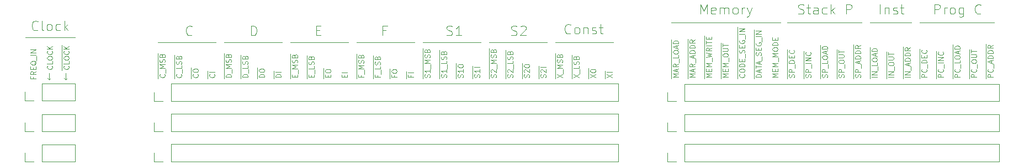
<source format=gbr>
%TF.GenerationSoftware,KiCad,Pcbnew,(5.1.10-1-10_14)*%
%TF.CreationDate,2021-11-26T01:32:37-05:00*%
%TF.ProjectId,INTERCONNECTS,494e5445-5243-44f4-9e4e-454354532e6b,rev?*%
%TF.SameCoordinates,Original*%
%TF.FileFunction,Legend,Top*%
%TF.FilePolarity,Positive*%
%FSLAX46Y46*%
G04 Gerber Fmt 4.6, Leading zero omitted, Abs format (unit mm)*
G04 Created by KiCad (PCBNEW (5.1.10-1-10_14)) date 2021-11-26 01:32:37*
%MOMM*%
%LPD*%
G01*
G04 APERTURE LIST*
%ADD10C,0.120000*%
%ADD11C,0.100000*%
G04 APERTURE END LIST*
D10*
X90424000Y-114046000D02*
X99314000Y-114046000D01*
X100584000Y-114046000D02*
X109474000Y-114046000D01*
X110744000Y-114046000D02*
X119634000Y-114046000D01*
X120904000Y-114046000D02*
X129794000Y-114046000D01*
X131064000Y-114046000D02*
X139954000Y-114046000D01*
X141224000Y-114046000D02*
X150114000Y-114046000D01*
X151384000Y-114046000D02*
X160274000Y-114046000D01*
X186944000Y-110998000D02*
X198374000Y-110998000D01*
X199644000Y-110998000D02*
X205994000Y-110998000D01*
X207264000Y-110998000D02*
X218694000Y-110998000D01*
X169164000Y-110998000D02*
X185928000Y-110998000D01*
X70104000Y-113284000D02*
X77724000Y-113284000D01*
D11*
X90480000Y-119569000D02*
X90480000Y-118769000D01*
X91471714Y-118921380D02*
X91509809Y-118959476D01*
X91547904Y-119073761D01*
X91547904Y-119149952D01*
X91509809Y-119264238D01*
X91433619Y-119340428D01*
X91357428Y-119378523D01*
X91205047Y-119416619D01*
X91090761Y-119416619D01*
X90938380Y-119378523D01*
X90862190Y-119340428D01*
X90786000Y-119264238D01*
X90747904Y-119149952D01*
X90747904Y-119073761D01*
X90786000Y-118959476D01*
X90824095Y-118921380D01*
X90480000Y-118769000D02*
X90480000Y-118159476D01*
X91624095Y-118769000D02*
X91624095Y-118159476D01*
X90480000Y-118159476D02*
X90480000Y-117245190D01*
X91547904Y-117969000D02*
X90747904Y-117969000D01*
X91319333Y-117702333D01*
X90747904Y-117435666D01*
X91547904Y-117435666D01*
X90480000Y-117245190D02*
X90480000Y-116483285D01*
X91509809Y-117092809D02*
X91547904Y-116978523D01*
X91547904Y-116788047D01*
X91509809Y-116711857D01*
X91471714Y-116673761D01*
X91395523Y-116635666D01*
X91319333Y-116635666D01*
X91243142Y-116673761D01*
X91205047Y-116711857D01*
X91166952Y-116788047D01*
X91128857Y-116940428D01*
X91090761Y-117016619D01*
X91052666Y-117054714D01*
X90976476Y-117092809D01*
X90900285Y-117092809D01*
X90824095Y-117054714D01*
X90786000Y-117016619D01*
X90747904Y-116940428D01*
X90747904Y-116749952D01*
X90786000Y-116635666D01*
X90480000Y-116483285D02*
X90480000Y-115683285D01*
X91128857Y-116026142D02*
X91166952Y-115911857D01*
X91205047Y-115873761D01*
X91281238Y-115835666D01*
X91395523Y-115835666D01*
X91471714Y-115873761D01*
X91509809Y-115911857D01*
X91547904Y-115988047D01*
X91547904Y-116292809D01*
X90747904Y-116292809D01*
X90747904Y-116026142D01*
X90786000Y-115949952D01*
X90824095Y-115911857D01*
X90900285Y-115873761D01*
X90976476Y-115873761D01*
X91052666Y-115911857D01*
X91090761Y-115949952D01*
X91128857Y-116026142D01*
X91128857Y-116292809D01*
X93020000Y-119569000D02*
X93020000Y-118769000D01*
X94011714Y-118921380D02*
X94049809Y-118959476D01*
X94087904Y-119073761D01*
X94087904Y-119149952D01*
X94049809Y-119264238D01*
X93973619Y-119340428D01*
X93897428Y-119378523D01*
X93745047Y-119416619D01*
X93630761Y-119416619D01*
X93478380Y-119378523D01*
X93402190Y-119340428D01*
X93326000Y-119264238D01*
X93287904Y-119149952D01*
X93287904Y-119073761D01*
X93326000Y-118959476D01*
X93364095Y-118921380D01*
X93020000Y-118769000D02*
X93020000Y-118159476D01*
X94164095Y-118769000D02*
X94164095Y-118159476D01*
X93020000Y-118159476D02*
X93020000Y-117511857D01*
X94087904Y-117588047D02*
X94087904Y-117969000D01*
X93287904Y-117969000D01*
X93020000Y-117511857D02*
X93020000Y-116749952D01*
X94049809Y-117359476D02*
X94087904Y-117245190D01*
X94087904Y-117054714D01*
X94049809Y-116978523D01*
X94011714Y-116940428D01*
X93935523Y-116902333D01*
X93859333Y-116902333D01*
X93783142Y-116940428D01*
X93745047Y-116978523D01*
X93706952Y-117054714D01*
X93668857Y-117207095D01*
X93630761Y-117283285D01*
X93592666Y-117321380D01*
X93516476Y-117359476D01*
X93440285Y-117359476D01*
X93364095Y-117321380D01*
X93326000Y-117283285D01*
X93287904Y-117207095D01*
X93287904Y-117016619D01*
X93326000Y-116902333D01*
X93020000Y-116749952D02*
X93020000Y-115949952D01*
X93668857Y-116292809D02*
X93706952Y-116178523D01*
X93745047Y-116140428D01*
X93821238Y-116102333D01*
X93935523Y-116102333D01*
X94011714Y-116140428D01*
X94049809Y-116178523D01*
X94087904Y-116254714D01*
X94087904Y-116559476D01*
X93287904Y-116559476D01*
X93287904Y-116292809D01*
X93326000Y-116216619D01*
X93364095Y-116178523D01*
X93440285Y-116140428D01*
X93516476Y-116140428D01*
X93592666Y-116178523D01*
X93630761Y-116216619D01*
X93668857Y-116292809D01*
X93668857Y-116559476D01*
X95560000Y-119569000D02*
X95560000Y-118769000D01*
X96551714Y-118921380D02*
X96589809Y-118959476D01*
X96627904Y-119073761D01*
X96627904Y-119149952D01*
X96589809Y-119264238D01*
X96513619Y-119340428D01*
X96437428Y-119378523D01*
X96285047Y-119416619D01*
X96170761Y-119416619D01*
X96018380Y-119378523D01*
X95942190Y-119340428D01*
X95866000Y-119264238D01*
X95827904Y-119149952D01*
X95827904Y-119073761D01*
X95866000Y-118959476D01*
X95904095Y-118921380D01*
X95560000Y-118769000D02*
X95560000Y-117930904D01*
X95827904Y-118426142D02*
X95827904Y-118273761D01*
X95866000Y-118197571D01*
X95942190Y-118121380D01*
X96094571Y-118083285D01*
X96361238Y-118083285D01*
X96513619Y-118121380D01*
X96589809Y-118197571D01*
X96627904Y-118273761D01*
X96627904Y-118426142D01*
X96589809Y-118502333D01*
X96513619Y-118578523D01*
X96361238Y-118616619D01*
X96094571Y-118616619D01*
X95942190Y-118578523D01*
X95866000Y-118502333D01*
X95827904Y-118426142D01*
X98100000Y-119569000D02*
X98100000Y-118769000D01*
X99091714Y-118921380D02*
X99129809Y-118959476D01*
X99167904Y-119073761D01*
X99167904Y-119149952D01*
X99129809Y-119264238D01*
X99053619Y-119340428D01*
X98977428Y-119378523D01*
X98825047Y-119416619D01*
X98710761Y-119416619D01*
X98558380Y-119378523D01*
X98482190Y-119340428D01*
X98406000Y-119264238D01*
X98367904Y-119149952D01*
X98367904Y-119073761D01*
X98406000Y-118959476D01*
X98444095Y-118921380D01*
X98100000Y-118769000D02*
X98100000Y-118388047D01*
X99167904Y-118578523D02*
X98367904Y-118578523D01*
X100640000Y-119569000D02*
X100640000Y-118769000D01*
X101707904Y-119378523D02*
X100907904Y-119378523D01*
X100907904Y-119188047D01*
X100946000Y-119073761D01*
X101022190Y-118997571D01*
X101098380Y-118959476D01*
X101250761Y-118921380D01*
X101365047Y-118921380D01*
X101517428Y-118959476D01*
X101593619Y-118997571D01*
X101669809Y-119073761D01*
X101707904Y-119188047D01*
X101707904Y-119378523D01*
X100640000Y-118769000D02*
X100640000Y-118159476D01*
X101784095Y-118769000D02*
X101784095Y-118159476D01*
X100640000Y-118159476D02*
X100640000Y-117245190D01*
X101707904Y-117969000D02*
X100907904Y-117969000D01*
X101479333Y-117702333D01*
X100907904Y-117435666D01*
X101707904Y-117435666D01*
X100640000Y-117245190D02*
X100640000Y-116483285D01*
X101669809Y-117092809D02*
X101707904Y-116978523D01*
X101707904Y-116788047D01*
X101669809Y-116711857D01*
X101631714Y-116673761D01*
X101555523Y-116635666D01*
X101479333Y-116635666D01*
X101403142Y-116673761D01*
X101365047Y-116711857D01*
X101326952Y-116788047D01*
X101288857Y-116940428D01*
X101250761Y-117016619D01*
X101212666Y-117054714D01*
X101136476Y-117092809D01*
X101060285Y-117092809D01*
X100984095Y-117054714D01*
X100946000Y-117016619D01*
X100907904Y-116940428D01*
X100907904Y-116749952D01*
X100946000Y-116635666D01*
X100640000Y-116483285D02*
X100640000Y-115683285D01*
X101288857Y-116026142D02*
X101326952Y-115911857D01*
X101365047Y-115873761D01*
X101441238Y-115835666D01*
X101555523Y-115835666D01*
X101631714Y-115873761D01*
X101669809Y-115911857D01*
X101707904Y-115988047D01*
X101707904Y-116292809D01*
X100907904Y-116292809D01*
X100907904Y-116026142D01*
X100946000Y-115949952D01*
X100984095Y-115911857D01*
X101060285Y-115873761D01*
X101136476Y-115873761D01*
X101212666Y-115911857D01*
X101250761Y-115949952D01*
X101288857Y-116026142D01*
X101288857Y-116292809D01*
X103180000Y-119569000D02*
X103180000Y-118769000D01*
X104247904Y-119378523D02*
X103447904Y-119378523D01*
X103447904Y-119188047D01*
X103486000Y-119073761D01*
X103562190Y-118997571D01*
X103638380Y-118959476D01*
X103790761Y-118921380D01*
X103905047Y-118921380D01*
X104057428Y-118959476D01*
X104133619Y-118997571D01*
X104209809Y-119073761D01*
X104247904Y-119188047D01*
X104247904Y-119378523D01*
X103180000Y-118769000D02*
X103180000Y-118159476D01*
X104324095Y-118769000D02*
X104324095Y-118159476D01*
X103180000Y-118159476D02*
X103180000Y-117511857D01*
X104247904Y-117588047D02*
X104247904Y-117969000D01*
X103447904Y-117969000D01*
X103180000Y-117511857D02*
X103180000Y-116749952D01*
X104209809Y-117359476D02*
X104247904Y-117245190D01*
X104247904Y-117054714D01*
X104209809Y-116978523D01*
X104171714Y-116940428D01*
X104095523Y-116902333D01*
X104019333Y-116902333D01*
X103943142Y-116940428D01*
X103905047Y-116978523D01*
X103866952Y-117054714D01*
X103828857Y-117207095D01*
X103790761Y-117283285D01*
X103752666Y-117321380D01*
X103676476Y-117359476D01*
X103600285Y-117359476D01*
X103524095Y-117321380D01*
X103486000Y-117283285D01*
X103447904Y-117207095D01*
X103447904Y-117016619D01*
X103486000Y-116902333D01*
X103180000Y-116749952D02*
X103180000Y-115949952D01*
X103828857Y-116292809D02*
X103866952Y-116178523D01*
X103905047Y-116140428D01*
X103981238Y-116102333D01*
X104095523Y-116102333D01*
X104171714Y-116140428D01*
X104209809Y-116178523D01*
X104247904Y-116254714D01*
X104247904Y-116559476D01*
X103447904Y-116559476D01*
X103447904Y-116292809D01*
X103486000Y-116216619D01*
X103524095Y-116178523D01*
X103600285Y-116140428D01*
X103676476Y-116140428D01*
X103752666Y-116178523D01*
X103790761Y-116216619D01*
X103828857Y-116292809D01*
X103828857Y-116559476D01*
X105720000Y-119569000D02*
X105720000Y-118769000D01*
X106787904Y-119378523D02*
X105987904Y-119378523D01*
X105987904Y-119188047D01*
X106026000Y-119073761D01*
X106102190Y-118997571D01*
X106178380Y-118959476D01*
X106330761Y-118921380D01*
X106445047Y-118921380D01*
X106597428Y-118959476D01*
X106673619Y-118997571D01*
X106749809Y-119073761D01*
X106787904Y-119188047D01*
X106787904Y-119378523D01*
X105720000Y-118769000D02*
X105720000Y-117930904D01*
X105987904Y-118426142D02*
X105987904Y-118273761D01*
X106026000Y-118197571D01*
X106102190Y-118121380D01*
X106254571Y-118083285D01*
X106521238Y-118083285D01*
X106673619Y-118121380D01*
X106749809Y-118197571D01*
X106787904Y-118273761D01*
X106787904Y-118426142D01*
X106749809Y-118502333D01*
X106673619Y-118578523D01*
X106521238Y-118616619D01*
X106254571Y-118616619D01*
X106102190Y-118578523D01*
X106026000Y-118502333D01*
X105987904Y-118426142D01*
X108260000Y-119569000D02*
X108260000Y-118769000D01*
X109327904Y-119378523D02*
X108527904Y-119378523D01*
X108527904Y-119188047D01*
X108566000Y-119073761D01*
X108642190Y-118997571D01*
X108718380Y-118959476D01*
X108870761Y-118921380D01*
X108985047Y-118921380D01*
X109137428Y-118959476D01*
X109213619Y-118997571D01*
X109289809Y-119073761D01*
X109327904Y-119188047D01*
X109327904Y-119378523D01*
X108260000Y-118769000D02*
X108260000Y-118388047D01*
X109327904Y-118578523D02*
X108527904Y-118578523D01*
X110800000Y-119569000D02*
X110800000Y-118845190D01*
X111448857Y-119378523D02*
X111448857Y-119111857D01*
X111867904Y-118997571D02*
X111867904Y-119378523D01*
X111067904Y-119378523D01*
X111067904Y-118997571D01*
X110800000Y-118845190D02*
X110800000Y-118235666D01*
X111944095Y-118845190D02*
X111944095Y-118235666D01*
X110800000Y-118235666D02*
X110800000Y-117321380D01*
X111867904Y-118045190D02*
X111067904Y-118045190D01*
X111639333Y-117778523D01*
X111067904Y-117511857D01*
X111867904Y-117511857D01*
X110800000Y-117321380D02*
X110800000Y-116559476D01*
X111829809Y-117169000D02*
X111867904Y-117054714D01*
X111867904Y-116864238D01*
X111829809Y-116788047D01*
X111791714Y-116749952D01*
X111715523Y-116711857D01*
X111639333Y-116711857D01*
X111563142Y-116749952D01*
X111525047Y-116788047D01*
X111486952Y-116864238D01*
X111448857Y-117016619D01*
X111410761Y-117092809D01*
X111372666Y-117130904D01*
X111296476Y-117169000D01*
X111220285Y-117169000D01*
X111144095Y-117130904D01*
X111106000Y-117092809D01*
X111067904Y-117016619D01*
X111067904Y-116826142D01*
X111106000Y-116711857D01*
X110800000Y-116559476D02*
X110800000Y-115759476D01*
X111448857Y-116102333D02*
X111486952Y-115988047D01*
X111525047Y-115949952D01*
X111601238Y-115911857D01*
X111715523Y-115911857D01*
X111791714Y-115949952D01*
X111829809Y-115988047D01*
X111867904Y-116064238D01*
X111867904Y-116369000D01*
X111067904Y-116369000D01*
X111067904Y-116102333D01*
X111106000Y-116026142D01*
X111144095Y-115988047D01*
X111220285Y-115949952D01*
X111296476Y-115949952D01*
X111372666Y-115988047D01*
X111410761Y-116026142D01*
X111448857Y-116102333D01*
X111448857Y-116369000D01*
X113340000Y-119569000D02*
X113340000Y-118845190D01*
X113988857Y-119378523D02*
X113988857Y-119111857D01*
X114407904Y-118997571D02*
X114407904Y-119378523D01*
X113607904Y-119378523D01*
X113607904Y-118997571D01*
X113340000Y-118845190D02*
X113340000Y-118235666D01*
X114484095Y-118845190D02*
X114484095Y-118235666D01*
X113340000Y-118235666D02*
X113340000Y-117588047D01*
X114407904Y-117664238D02*
X114407904Y-118045190D01*
X113607904Y-118045190D01*
X113340000Y-117588047D02*
X113340000Y-116826142D01*
X114369809Y-117435666D02*
X114407904Y-117321380D01*
X114407904Y-117130904D01*
X114369809Y-117054714D01*
X114331714Y-117016619D01*
X114255523Y-116978523D01*
X114179333Y-116978523D01*
X114103142Y-117016619D01*
X114065047Y-117054714D01*
X114026952Y-117130904D01*
X113988857Y-117283285D01*
X113950761Y-117359476D01*
X113912666Y-117397571D01*
X113836476Y-117435666D01*
X113760285Y-117435666D01*
X113684095Y-117397571D01*
X113646000Y-117359476D01*
X113607904Y-117283285D01*
X113607904Y-117092809D01*
X113646000Y-116978523D01*
X113340000Y-116826142D02*
X113340000Y-116026142D01*
X113988857Y-116369000D02*
X114026952Y-116254714D01*
X114065047Y-116216619D01*
X114141238Y-116178523D01*
X114255523Y-116178523D01*
X114331714Y-116216619D01*
X114369809Y-116254714D01*
X114407904Y-116330904D01*
X114407904Y-116635666D01*
X113607904Y-116635666D01*
X113607904Y-116369000D01*
X113646000Y-116292809D01*
X113684095Y-116254714D01*
X113760285Y-116216619D01*
X113836476Y-116216619D01*
X113912666Y-116254714D01*
X113950761Y-116292809D01*
X113988857Y-116369000D01*
X113988857Y-116635666D01*
X115880000Y-119569000D02*
X115880000Y-118845190D01*
X116528857Y-119378523D02*
X116528857Y-119111857D01*
X116947904Y-118997571D02*
X116947904Y-119378523D01*
X116147904Y-119378523D01*
X116147904Y-118997571D01*
X115880000Y-118845190D02*
X115880000Y-118007095D01*
X116147904Y-118502333D02*
X116147904Y-118349952D01*
X116186000Y-118273761D01*
X116262190Y-118197571D01*
X116414571Y-118159476D01*
X116681238Y-118159476D01*
X116833619Y-118197571D01*
X116909809Y-118273761D01*
X116947904Y-118349952D01*
X116947904Y-118502333D01*
X116909809Y-118578523D01*
X116833619Y-118654714D01*
X116681238Y-118692809D01*
X116414571Y-118692809D01*
X116262190Y-118654714D01*
X116186000Y-118578523D01*
X116147904Y-118502333D01*
X119068857Y-119378523D02*
X119068857Y-119111857D01*
X119487904Y-118997571D02*
X119487904Y-119378523D01*
X118687904Y-119378523D01*
X118687904Y-118997571D01*
X119487904Y-118654714D02*
X118687904Y-118654714D01*
X120960000Y-119569000D02*
X120960000Y-118883285D01*
X121608857Y-119111857D02*
X121608857Y-119378523D01*
X122027904Y-119378523D02*
X121227904Y-119378523D01*
X121227904Y-118997571D01*
X120960000Y-118883285D02*
X120960000Y-118273761D01*
X122104095Y-118883285D02*
X122104095Y-118273761D01*
X120960000Y-118273761D02*
X120960000Y-117359476D01*
X122027904Y-118083285D02*
X121227904Y-118083285D01*
X121799333Y-117816619D01*
X121227904Y-117549952D01*
X122027904Y-117549952D01*
X120960000Y-117359476D02*
X120960000Y-116597571D01*
X121989809Y-117207095D02*
X122027904Y-117092809D01*
X122027904Y-116902333D01*
X121989809Y-116826142D01*
X121951714Y-116788047D01*
X121875523Y-116749952D01*
X121799333Y-116749952D01*
X121723142Y-116788047D01*
X121685047Y-116826142D01*
X121646952Y-116902333D01*
X121608857Y-117054714D01*
X121570761Y-117130904D01*
X121532666Y-117169000D01*
X121456476Y-117207095D01*
X121380285Y-117207095D01*
X121304095Y-117169000D01*
X121266000Y-117130904D01*
X121227904Y-117054714D01*
X121227904Y-116864238D01*
X121266000Y-116749952D01*
X120960000Y-116597571D02*
X120960000Y-115797571D01*
X121608857Y-116140428D02*
X121646952Y-116026142D01*
X121685047Y-115988047D01*
X121761238Y-115949952D01*
X121875523Y-115949952D01*
X121951714Y-115988047D01*
X121989809Y-116026142D01*
X122027904Y-116102333D01*
X122027904Y-116407095D01*
X121227904Y-116407095D01*
X121227904Y-116140428D01*
X121266000Y-116064238D01*
X121304095Y-116026142D01*
X121380285Y-115988047D01*
X121456476Y-115988047D01*
X121532666Y-116026142D01*
X121570761Y-116064238D01*
X121608857Y-116140428D01*
X121608857Y-116407095D01*
X123500000Y-119569000D02*
X123500000Y-118883285D01*
X124148857Y-119111857D02*
X124148857Y-119378523D01*
X124567904Y-119378523D02*
X123767904Y-119378523D01*
X123767904Y-118997571D01*
X123500000Y-118883285D02*
X123500000Y-118273761D01*
X124644095Y-118883285D02*
X124644095Y-118273761D01*
X123500000Y-118273761D02*
X123500000Y-117626142D01*
X124567904Y-117702333D02*
X124567904Y-118083285D01*
X123767904Y-118083285D01*
X123500000Y-117626142D02*
X123500000Y-116864238D01*
X124529809Y-117473761D02*
X124567904Y-117359476D01*
X124567904Y-117169000D01*
X124529809Y-117092809D01*
X124491714Y-117054714D01*
X124415523Y-117016619D01*
X124339333Y-117016619D01*
X124263142Y-117054714D01*
X124225047Y-117092809D01*
X124186952Y-117169000D01*
X124148857Y-117321380D01*
X124110761Y-117397571D01*
X124072666Y-117435666D01*
X123996476Y-117473761D01*
X123920285Y-117473761D01*
X123844095Y-117435666D01*
X123806000Y-117397571D01*
X123767904Y-117321380D01*
X123767904Y-117130904D01*
X123806000Y-117016619D01*
X123500000Y-116864238D02*
X123500000Y-116064238D01*
X124148857Y-116407095D02*
X124186952Y-116292809D01*
X124225047Y-116254714D01*
X124301238Y-116216619D01*
X124415523Y-116216619D01*
X124491714Y-116254714D01*
X124529809Y-116292809D01*
X124567904Y-116369000D01*
X124567904Y-116673761D01*
X123767904Y-116673761D01*
X123767904Y-116407095D01*
X123806000Y-116330904D01*
X123844095Y-116292809D01*
X123920285Y-116254714D01*
X123996476Y-116254714D01*
X124072666Y-116292809D01*
X124110761Y-116330904D01*
X124148857Y-116407095D01*
X124148857Y-116673761D01*
X126040000Y-119569000D02*
X126040000Y-118883285D01*
X126688857Y-119111857D02*
X126688857Y-119378523D01*
X127107904Y-119378523D02*
X126307904Y-119378523D01*
X126307904Y-118997571D01*
X126040000Y-118883285D02*
X126040000Y-118045190D01*
X126307904Y-118540428D02*
X126307904Y-118388047D01*
X126346000Y-118311857D01*
X126422190Y-118235666D01*
X126574571Y-118197571D01*
X126841238Y-118197571D01*
X126993619Y-118235666D01*
X127069809Y-118311857D01*
X127107904Y-118388047D01*
X127107904Y-118540428D01*
X127069809Y-118616619D01*
X126993619Y-118692809D01*
X126841238Y-118730904D01*
X126574571Y-118730904D01*
X126422190Y-118692809D01*
X126346000Y-118616619D01*
X126307904Y-118540428D01*
X128580000Y-119569000D02*
X128580000Y-118883285D01*
X129228857Y-119111857D02*
X129228857Y-119378523D01*
X129647904Y-119378523D02*
X128847904Y-119378523D01*
X128847904Y-118997571D01*
X128580000Y-118883285D02*
X128580000Y-118502333D01*
X129647904Y-118692809D02*
X128847904Y-118692809D01*
X131120000Y-119569000D02*
X131120000Y-118807095D01*
X132149809Y-119416619D02*
X132187904Y-119302333D01*
X132187904Y-119111857D01*
X132149809Y-119035666D01*
X132111714Y-118997571D01*
X132035523Y-118959476D01*
X131959333Y-118959476D01*
X131883142Y-118997571D01*
X131845047Y-119035666D01*
X131806952Y-119111857D01*
X131768857Y-119264238D01*
X131730761Y-119340428D01*
X131692666Y-119378523D01*
X131616476Y-119416619D01*
X131540285Y-119416619D01*
X131464095Y-119378523D01*
X131426000Y-119340428D01*
X131387904Y-119264238D01*
X131387904Y-119073761D01*
X131426000Y-118959476D01*
X131120000Y-118807095D02*
X131120000Y-118045190D01*
X132187904Y-118197571D02*
X132187904Y-118654714D01*
X132187904Y-118426142D02*
X131387904Y-118426142D01*
X131502190Y-118502333D01*
X131578380Y-118578523D01*
X131616476Y-118654714D01*
X131120000Y-118045190D02*
X131120000Y-117435666D01*
X132264095Y-118045190D02*
X132264095Y-117435666D01*
X131120000Y-117435666D02*
X131120000Y-116521380D01*
X132187904Y-117245190D02*
X131387904Y-117245190D01*
X131959333Y-116978523D01*
X131387904Y-116711857D01*
X132187904Y-116711857D01*
X131120000Y-116521380D02*
X131120000Y-115759476D01*
X132149809Y-116369000D02*
X132187904Y-116254714D01*
X132187904Y-116064238D01*
X132149809Y-115988047D01*
X132111714Y-115949952D01*
X132035523Y-115911857D01*
X131959333Y-115911857D01*
X131883142Y-115949952D01*
X131845047Y-115988047D01*
X131806952Y-116064238D01*
X131768857Y-116216619D01*
X131730761Y-116292809D01*
X131692666Y-116330904D01*
X131616476Y-116369000D01*
X131540285Y-116369000D01*
X131464095Y-116330904D01*
X131426000Y-116292809D01*
X131387904Y-116216619D01*
X131387904Y-116026142D01*
X131426000Y-115911857D01*
X131120000Y-115759476D02*
X131120000Y-114959476D01*
X131768857Y-115302333D02*
X131806952Y-115188047D01*
X131845047Y-115149952D01*
X131921238Y-115111857D01*
X132035523Y-115111857D01*
X132111714Y-115149952D01*
X132149809Y-115188047D01*
X132187904Y-115264238D01*
X132187904Y-115569000D01*
X131387904Y-115569000D01*
X131387904Y-115302333D01*
X131426000Y-115226142D01*
X131464095Y-115188047D01*
X131540285Y-115149952D01*
X131616476Y-115149952D01*
X131692666Y-115188047D01*
X131730761Y-115226142D01*
X131768857Y-115302333D01*
X131768857Y-115569000D01*
X133660000Y-119569000D02*
X133660000Y-118807095D01*
X134689809Y-119416619D02*
X134727904Y-119302333D01*
X134727904Y-119111857D01*
X134689809Y-119035666D01*
X134651714Y-118997571D01*
X134575523Y-118959476D01*
X134499333Y-118959476D01*
X134423142Y-118997571D01*
X134385047Y-119035666D01*
X134346952Y-119111857D01*
X134308857Y-119264238D01*
X134270761Y-119340428D01*
X134232666Y-119378523D01*
X134156476Y-119416619D01*
X134080285Y-119416619D01*
X134004095Y-119378523D01*
X133966000Y-119340428D01*
X133927904Y-119264238D01*
X133927904Y-119073761D01*
X133966000Y-118959476D01*
X133660000Y-118807095D02*
X133660000Y-118045190D01*
X134727904Y-118197571D02*
X134727904Y-118654714D01*
X134727904Y-118426142D02*
X133927904Y-118426142D01*
X134042190Y-118502333D01*
X134118380Y-118578523D01*
X134156476Y-118654714D01*
X133660000Y-118045190D02*
X133660000Y-117435666D01*
X134804095Y-118045190D02*
X134804095Y-117435666D01*
X133660000Y-117435666D02*
X133660000Y-116788047D01*
X134727904Y-116864238D02*
X134727904Y-117245190D01*
X133927904Y-117245190D01*
X133660000Y-116788047D02*
X133660000Y-116026142D01*
X134689809Y-116635666D02*
X134727904Y-116521380D01*
X134727904Y-116330904D01*
X134689809Y-116254714D01*
X134651714Y-116216619D01*
X134575523Y-116178523D01*
X134499333Y-116178523D01*
X134423142Y-116216619D01*
X134385047Y-116254714D01*
X134346952Y-116330904D01*
X134308857Y-116483285D01*
X134270761Y-116559476D01*
X134232666Y-116597571D01*
X134156476Y-116635666D01*
X134080285Y-116635666D01*
X134004095Y-116597571D01*
X133966000Y-116559476D01*
X133927904Y-116483285D01*
X133927904Y-116292809D01*
X133966000Y-116178523D01*
X133660000Y-116026142D02*
X133660000Y-115226142D01*
X134308857Y-115569000D02*
X134346952Y-115454714D01*
X134385047Y-115416619D01*
X134461238Y-115378523D01*
X134575523Y-115378523D01*
X134651714Y-115416619D01*
X134689809Y-115454714D01*
X134727904Y-115530904D01*
X134727904Y-115835666D01*
X133927904Y-115835666D01*
X133927904Y-115569000D01*
X133966000Y-115492809D01*
X134004095Y-115454714D01*
X134080285Y-115416619D01*
X134156476Y-115416619D01*
X134232666Y-115454714D01*
X134270761Y-115492809D01*
X134308857Y-115569000D01*
X134308857Y-115835666D01*
X136200000Y-119569000D02*
X136200000Y-118807095D01*
X137229809Y-119416619D02*
X137267904Y-119302333D01*
X137267904Y-119111857D01*
X137229809Y-119035666D01*
X137191714Y-118997571D01*
X137115523Y-118959476D01*
X137039333Y-118959476D01*
X136963142Y-118997571D01*
X136925047Y-119035666D01*
X136886952Y-119111857D01*
X136848857Y-119264238D01*
X136810761Y-119340428D01*
X136772666Y-119378523D01*
X136696476Y-119416619D01*
X136620285Y-119416619D01*
X136544095Y-119378523D01*
X136506000Y-119340428D01*
X136467904Y-119264238D01*
X136467904Y-119073761D01*
X136506000Y-118959476D01*
X136200000Y-118807095D02*
X136200000Y-118045190D01*
X137267904Y-118197571D02*
X137267904Y-118654714D01*
X137267904Y-118426142D02*
X136467904Y-118426142D01*
X136582190Y-118502333D01*
X136658380Y-118578523D01*
X136696476Y-118654714D01*
X136200000Y-118045190D02*
X136200000Y-117207095D01*
X136467904Y-117702333D02*
X136467904Y-117549952D01*
X136506000Y-117473761D01*
X136582190Y-117397571D01*
X136734571Y-117359476D01*
X137001238Y-117359476D01*
X137153619Y-117397571D01*
X137229809Y-117473761D01*
X137267904Y-117549952D01*
X137267904Y-117702333D01*
X137229809Y-117778523D01*
X137153619Y-117854714D01*
X137001238Y-117892809D01*
X136734571Y-117892809D01*
X136582190Y-117854714D01*
X136506000Y-117778523D01*
X136467904Y-117702333D01*
X138740000Y-119569000D02*
X138740000Y-118807095D01*
X139769809Y-119416619D02*
X139807904Y-119302333D01*
X139807904Y-119111857D01*
X139769809Y-119035666D01*
X139731714Y-118997571D01*
X139655523Y-118959476D01*
X139579333Y-118959476D01*
X139503142Y-118997571D01*
X139465047Y-119035666D01*
X139426952Y-119111857D01*
X139388857Y-119264238D01*
X139350761Y-119340428D01*
X139312666Y-119378523D01*
X139236476Y-119416619D01*
X139160285Y-119416619D01*
X139084095Y-119378523D01*
X139046000Y-119340428D01*
X139007904Y-119264238D01*
X139007904Y-119073761D01*
X139046000Y-118959476D01*
X138740000Y-118807095D02*
X138740000Y-118045190D01*
X139807904Y-118197571D02*
X139807904Y-118654714D01*
X139807904Y-118426142D02*
X139007904Y-118426142D01*
X139122190Y-118502333D01*
X139198380Y-118578523D01*
X139236476Y-118654714D01*
X138740000Y-118045190D02*
X138740000Y-117664238D01*
X139807904Y-117854714D02*
X139007904Y-117854714D01*
X141280000Y-119569000D02*
X141280000Y-118807095D01*
X142309809Y-119416619D02*
X142347904Y-119302333D01*
X142347904Y-119111857D01*
X142309809Y-119035666D01*
X142271714Y-118997571D01*
X142195523Y-118959476D01*
X142119333Y-118959476D01*
X142043142Y-118997571D01*
X142005047Y-119035666D01*
X141966952Y-119111857D01*
X141928857Y-119264238D01*
X141890761Y-119340428D01*
X141852666Y-119378523D01*
X141776476Y-119416619D01*
X141700285Y-119416619D01*
X141624095Y-119378523D01*
X141586000Y-119340428D01*
X141547904Y-119264238D01*
X141547904Y-119073761D01*
X141586000Y-118959476D01*
X141280000Y-118807095D02*
X141280000Y-118045190D01*
X141624095Y-118654714D02*
X141586000Y-118616619D01*
X141547904Y-118540428D01*
X141547904Y-118349952D01*
X141586000Y-118273761D01*
X141624095Y-118235666D01*
X141700285Y-118197571D01*
X141776476Y-118197571D01*
X141890761Y-118235666D01*
X142347904Y-118692809D01*
X142347904Y-118197571D01*
X141280000Y-118045190D02*
X141280000Y-117435666D01*
X142424095Y-118045190D02*
X142424095Y-117435666D01*
X141280000Y-117435666D02*
X141280000Y-116521380D01*
X142347904Y-117245190D02*
X141547904Y-117245190D01*
X142119333Y-116978523D01*
X141547904Y-116711857D01*
X142347904Y-116711857D01*
X141280000Y-116521380D02*
X141280000Y-115759476D01*
X142309809Y-116369000D02*
X142347904Y-116254714D01*
X142347904Y-116064238D01*
X142309809Y-115988047D01*
X142271714Y-115949952D01*
X142195523Y-115911857D01*
X142119333Y-115911857D01*
X142043142Y-115949952D01*
X142005047Y-115988047D01*
X141966952Y-116064238D01*
X141928857Y-116216619D01*
X141890761Y-116292809D01*
X141852666Y-116330904D01*
X141776476Y-116369000D01*
X141700285Y-116369000D01*
X141624095Y-116330904D01*
X141586000Y-116292809D01*
X141547904Y-116216619D01*
X141547904Y-116026142D01*
X141586000Y-115911857D01*
X141280000Y-115759476D02*
X141280000Y-114959476D01*
X141928857Y-115302333D02*
X141966952Y-115188047D01*
X142005047Y-115149952D01*
X142081238Y-115111857D01*
X142195523Y-115111857D01*
X142271714Y-115149952D01*
X142309809Y-115188047D01*
X142347904Y-115264238D01*
X142347904Y-115569000D01*
X141547904Y-115569000D01*
X141547904Y-115302333D01*
X141586000Y-115226142D01*
X141624095Y-115188047D01*
X141700285Y-115149952D01*
X141776476Y-115149952D01*
X141852666Y-115188047D01*
X141890761Y-115226142D01*
X141928857Y-115302333D01*
X141928857Y-115569000D01*
X143820000Y-119569000D02*
X143820000Y-118807095D01*
X144849809Y-119416619D02*
X144887904Y-119302333D01*
X144887904Y-119111857D01*
X144849809Y-119035666D01*
X144811714Y-118997571D01*
X144735523Y-118959476D01*
X144659333Y-118959476D01*
X144583142Y-118997571D01*
X144545047Y-119035666D01*
X144506952Y-119111857D01*
X144468857Y-119264238D01*
X144430761Y-119340428D01*
X144392666Y-119378523D01*
X144316476Y-119416619D01*
X144240285Y-119416619D01*
X144164095Y-119378523D01*
X144126000Y-119340428D01*
X144087904Y-119264238D01*
X144087904Y-119073761D01*
X144126000Y-118959476D01*
X143820000Y-118807095D02*
X143820000Y-118045190D01*
X144164095Y-118654714D02*
X144126000Y-118616619D01*
X144087904Y-118540428D01*
X144087904Y-118349952D01*
X144126000Y-118273761D01*
X144164095Y-118235666D01*
X144240285Y-118197571D01*
X144316476Y-118197571D01*
X144430761Y-118235666D01*
X144887904Y-118692809D01*
X144887904Y-118197571D01*
X143820000Y-118045190D02*
X143820000Y-117435666D01*
X144964095Y-118045190D02*
X144964095Y-117435666D01*
X143820000Y-117435666D02*
X143820000Y-116788047D01*
X144887904Y-116864238D02*
X144887904Y-117245190D01*
X144087904Y-117245190D01*
X143820000Y-116788047D02*
X143820000Y-116026142D01*
X144849809Y-116635666D02*
X144887904Y-116521380D01*
X144887904Y-116330904D01*
X144849809Y-116254714D01*
X144811714Y-116216619D01*
X144735523Y-116178523D01*
X144659333Y-116178523D01*
X144583142Y-116216619D01*
X144545047Y-116254714D01*
X144506952Y-116330904D01*
X144468857Y-116483285D01*
X144430761Y-116559476D01*
X144392666Y-116597571D01*
X144316476Y-116635666D01*
X144240285Y-116635666D01*
X144164095Y-116597571D01*
X144126000Y-116559476D01*
X144087904Y-116483285D01*
X144087904Y-116292809D01*
X144126000Y-116178523D01*
X143820000Y-116026142D02*
X143820000Y-115226142D01*
X144468857Y-115569000D02*
X144506952Y-115454714D01*
X144545047Y-115416619D01*
X144621238Y-115378523D01*
X144735523Y-115378523D01*
X144811714Y-115416619D01*
X144849809Y-115454714D01*
X144887904Y-115530904D01*
X144887904Y-115835666D01*
X144087904Y-115835666D01*
X144087904Y-115569000D01*
X144126000Y-115492809D01*
X144164095Y-115454714D01*
X144240285Y-115416619D01*
X144316476Y-115416619D01*
X144392666Y-115454714D01*
X144430761Y-115492809D01*
X144468857Y-115569000D01*
X144468857Y-115835666D01*
X146360000Y-119569000D02*
X146360000Y-118807095D01*
X147389809Y-119416619D02*
X147427904Y-119302333D01*
X147427904Y-119111857D01*
X147389809Y-119035666D01*
X147351714Y-118997571D01*
X147275523Y-118959476D01*
X147199333Y-118959476D01*
X147123142Y-118997571D01*
X147085047Y-119035666D01*
X147046952Y-119111857D01*
X147008857Y-119264238D01*
X146970761Y-119340428D01*
X146932666Y-119378523D01*
X146856476Y-119416619D01*
X146780285Y-119416619D01*
X146704095Y-119378523D01*
X146666000Y-119340428D01*
X146627904Y-119264238D01*
X146627904Y-119073761D01*
X146666000Y-118959476D01*
X146360000Y-118807095D02*
X146360000Y-118045190D01*
X146704095Y-118654714D02*
X146666000Y-118616619D01*
X146627904Y-118540428D01*
X146627904Y-118349952D01*
X146666000Y-118273761D01*
X146704095Y-118235666D01*
X146780285Y-118197571D01*
X146856476Y-118197571D01*
X146970761Y-118235666D01*
X147427904Y-118692809D01*
X147427904Y-118197571D01*
X146360000Y-118045190D02*
X146360000Y-117207095D01*
X146627904Y-117702333D02*
X146627904Y-117549952D01*
X146666000Y-117473761D01*
X146742190Y-117397571D01*
X146894571Y-117359476D01*
X147161238Y-117359476D01*
X147313619Y-117397571D01*
X147389809Y-117473761D01*
X147427904Y-117549952D01*
X147427904Y-117702333D01*
X147389809Y-117778523D01*
X147313619Y-117854714D01*
X147161238Y-117892809D01*
X146894571Y-117892809D01*
X146742190Y-117854714D01*
X146666000Y-117778523D01*
X146627904Y-117702333D01*
X148900000Y-119569000D02*
X148900000Y-118807095D01*
X149929809Y-119416619D02*
X149967904Y-119302333D01*
X149967904Y-119111857D01*
X149929809Y-119035666D01*
X149891714Y-118997571D01*
X149815523Y-118959476D01*
X149739333Y-118959476D01*
X149663142Y-118997571D01*
X149625047Y-119035666D01*
X149586952Y-119111857D01*
X149548857Y-119264238D01*
X149510761Y-119340428D01*
X149472666Y-119378523D01*
X149396476Y-119416619D01*
X149320285Y-119416619D01*
X149244095Y-119378523D01*
X149206000Y-119340428D01*
X149167904Y-119264238D01*
X149167904Y-119073761D01*
X149206000Y-118959476D01*
X148900000Y-118807095D02*
X148900000Y-118045190D01*
X149244095Y-118654714D02*
X149206000Y-118616619D01*
X149167904Y-118540428D01*
X149167904Y-118349952D01*
X149206000Y-118273761D01*
X149244095Y-118235666D01*
X149320285Y-118197571D01*
X149396476Y-118197571D01*
X149510761Y-118235666D01*
X149967904Y-118692809D01*
X149967904Y-118197571D01*
X148900000Y-118045190D02*
X148900000Y-117664238D01*
X149967904Y-117854714D02*
X149167904Y-117854714D01*
X151440000Y-119569000D02*
X151440000Y-118807095D01*
X151707904Y-119454714D02*
X152507904Y-118921380D01*
X151707904Y-118921380D02*
X152507904Y-119454714D01*
X151440000Y-118807095D02*
X151440000Y-118197571D01*
X152584095Y-118807095D02*
X152584095Y-118197571D01*
X151440000Y-118197571D02*
X151440000Y-117283285D01*
X152507904Y-118007095D02*
X151707904Y-118007095D01*
X152279333Y-117740428D01*
X151707904Y-117473761D01*
X152507904Y-117473761D01*
X151440000Y-117283285D02*
X151440000Y-116521380D01*
X152469809Y-117130904D02*
X152507904Y-117016619D01*
X152507904Y-116826142D01*
X152469809Y-116749952D01*
X152431714Y-116711857D01*
X152355523Y-116673761D01*
X152279333Y-116673761D01*
X152203142Y-116711857D01*
X152165047Y-116749952D01*
X152126952Y-116826142D01*
X152088857Y-116978523D01*
X152050761Y-117054714D01*
X152012666Y-117092809D01*
X151936476Y-117130904D01*
X151860285Y-117130904D01*
X151784095Y-117092809D01*
X151746000Y-117054714D01*
X151707904Y-116978523D01*
X151707904Y-116788047D01*
X151746000Y-116673761D01*
X151440000Y-116521380D02*
X151440000Y-115721380D01*
X152088857Y-116064238D02*
X152126952Y-115949952D01*
X152165047Y-115911857D01*
X152241238Y-115873761D01*
X152355523Y-115873761D01*
X152431714Y-115911857D01*
X152469809Y-115949952D01*
X152507904Y-116026142D01*
X152507904Y-116330904D01*
X151707904Y-116330904D01*
X151707904Y-116064238D01*
X151746000Y-115988047D01*
X151784095Y-115949952D01*
X151860285Y-115911857D01*
X151936476Y-115911857D01*
X152012666Y-115949952D01*
X152050761Y-115988047D01*
X152088857Y-116064238D01*
X152088857Y-116330904D01*
X153980000Y-119569000D02*
X153980000Y-118807095D01*
X154247904Y-119454714D02*
X155047904Y-118921380D01*
X154247904Y-118921380D02*
X155047904Y-119454714D01*
X153980000Y-118807095D02*
X153980000Y-118197571D01*
X155124095Y-118807095D02*
X155124095Y-118197571D01*
X153980000Y-118197571D02*
X153980000Y-117549952D01*
X155047904Y-117626142D02*
X155047904Y-118007095D01*
X154247904Y-118007095D01*
X153980000Y-117549952D02*
X153980000Y-116788047D01*
X155009809Y-117397571D02*
X155047904Y-117283285D01*
X155047904Y-117092809D01*
X155009809Y-117016619D01*
X154971714Y-116978523D01*
X154895523Y-116940428D01*
X154819333Y-116940428D01*
X154743142Y-116978523D01*
X154705047Y-117016619D01*
X154666952Y-117092809D01*
X154628857Y-117245190D01*
X154590761Y-117321380D01*
X154552666Y-117359476D01*
X154476476Y-117397571D01*
X154400285Y-117397571D01*
X154324095Y-117359476D01*
X154286000Y-117321380D01*
X154247904Y-117245190D01*
X154247904Y-117054714D01*
X154286000Y-116940428D01*
X153980000Y-116788047D02*
X153980000Y-115988047D01*
X154628857Y-116330904D02*
X154666952Y-116216619D01*
X154705047Y-116178523D01*
X154781238Y-116140428D01*
X154895523Y-116140428D01*
X154971714Y-116178523D01*
X155009809Y-116216619D01*
X155047904Y-116292809D01*
X155047904Y-116597571D01*
X154247904Y-116597571D01*
X154247904Y-116330904D01*
X154286000Y-116254714D01*
X154324095Y-116216619D01*
X154400285Y-116178523D01*
X154476476Y-116178523D01*
X154552666Y-116216619D01*
X154590761Y-116254714D01*
X154628857Y-116330904D01*
X154628857Y-116597571D01*
X156520000Y-119569000D02*
X156520000Y-118807095D01*
X156787904Y-119454714D02*
X157587904Y-118921380D01*
X156787904Y-118921380D02*
X157587904Y-119454714D01*
X156520000Y-118807095D02*
X156520000Y-117969000D01*
X156787904Y-118464238D02*
X156787904Y-118311857D01*
X156826000Y-118235666D01*
X156902190Y-118159476D01*
X157054571Y-118121380D01*
X157321238Y-118121380D01*
X157473619Y-118159476D01*
X157549809Y-118235666D01*
X157587904Y-118311857D01*
X157587904Y-118464238D01*
X157549809Y-118540428D01*
X157473619Y-118616619D01*
X157321238Y-118654714D01*
X157054571Y-118654714D01*
X156902190Y-118616619D01*
X156826000Y-118540428D01*
X156787904Y-118464238D01*
X159060000Y-119569000D02*
X159060000Y-118807095D01*
X159327904Y-119454714D02*
X160127904Y-118921380D01*
X159327904Y-118921380D02*
X160127904Y-119454714D01*
X159060000Y-118807095D02*
X159060000Y-118426142D01*
X160127904Y-118616619D02*
X159327904Y-118616619D01*
X187000000Y-119569000D02*
X187000000Y-118807095D01*
X188029809Y-119416619D02*
X188067904Y-119302333D01*
X188067904Y-119111857D01*
X188029809Y-119035666D01*
X187991714Y-118997571D01*
X187915523Y-118959476D01*
X187839333Y-118959476D01*
X187763142Y-118997571D01*
X187725047Y-119035666D01*
X187686952Y-119111857D01*
X187648857Y-119264238D01*
X187610761Y-119340428D01*
X187572666Y-119378523D01*
X187496476Y-119416619D01*
X187420285Y-119416619D01*
X187344095Y-119378523D01*
X187306000Y-119340428D01*
X187267904Y-119264238D01*
X187267904Y-119073761D01*
X187306000Y-118959476D01*
X187000000Y-118807095D02*
X187000000Y-118007095D01*
X188067904Y-118616619D02*
X187267904Y-118616619D01*
X187267904Y-118311857D01*
X187306000Y-118235666D01*
X187344095Y-118197571D01*
X187420285Y-118159476D01*
X187534571Y-118159476D01*
X187610761Y-118197571D01*
X187648857Y-118235666D01*
X187686952Y-118311857D01*
X187686952Y-118616619D01*
X187000000Y-118007095D02*
X187000000Y-117397571D01*
X188144095Y-118007095D02*
X188144095Y-117397571D01*
X187000000Y-117397571D02*
X187000000Y-116597571D01*
X188067904Y-117207095D02*
X187267904Y-117207095D01*
X187267904Y-117016619D01*
X187306000Y-116902333D01*
X187382190Y-116826142D01*
X187458380Y-116788047D01*
X187610761Y-116749952D01*
X187725047Y-116749952D01*
X187877428Y-116788047D01*
X187953619Y-116826142D01*
X188029809Y-116902333D01*
X188067904Y-117016619D01*
X188067904Y-117207095D01*
X187000000Y-116597571D02*
X187000000Y-115873761D01*
X187648857Y-116407095D02*
X187648857Y-116140428D01*
X188067904Y-116026142D02*
X188067904Y-116407095D01*
X187267904Y-116407095D01*
X187267904Y-116026142D01*
X187000000Y-115873761D02*
X187000000Y-115073761D01*
X187991714Y-115226142D02*
X188029809Y-115264238D01*
X188067904Y-115378523D01*
X188067904Y-115454714D01*
X188029809Y-115569000D01*
X187953619Y-115645190D01*
X187877428Y-115683285D01*
X187725047Y-115721380D01*
X187610761Y-115721380D01*
X187458380Y-115683285D01*
X187382190Y-115645190D01*
X187306000Y-115569000D01*
X187267904Y-115454714D01*
X187267904Y-115378523D01*
X187306000Y-115264238D01*
X187344095Y-115226142D01*
X189540000Y-119569000D02*
X189540000Y-118807095D01*
X190569809Y-119416619D02*
X190607904Y-119302333D01*
X190607904Y-119111857D01*
X190569809Y-119035666D01*
X190531714Y-118997571D01*
X190455523Y-118959476D01*
X190379333Y-118959476D01*
X190303142Y-118997571D01*
X190265047Y-119035666D01*
X190226952Y-119111857D01*
X190188857Y-119264238D01*
X190150761Y-119340428D01*
X190112666Y-119378523D01*
X190036476Y-119416619D01*
X189960285Y-119416619D01*
X189884095Y-119378523D01*
X189846000Y-119340428D01*
X189807904Y-119264238D01*
X189807904Y-119073761D01*
X189846000Y-118959476D01*
X189540000Y-118807095D02*
X189540000Y-118007095D01*
X190607904Y-118616619D02*
X189807904Y-118616619D01*
X189807904Y-118311857D01*
X189846000Y-118235666D01*
X189884095Y-118197571D01*
X189960285Y-118159476D01*
X190074571Y-118159476D01*
X190150761Y-118197571D01*
X190188857Y-118235666D01*
X190226952Y-118311857D01*
X190226952Y-118616619D01*
X189540000Y-118007095D02*
X189540000Y-117397571D01*
X190684095Y-118007095D02*
X190684095Y-117397571D01*
X189540000Y-117397571D02*
X189540000Y-117016619D01*
X190607904Y-117207095D02*
X189807904Y-117207095D01*
X189540000Y-117016619D02*
X189540000Y-116178523D01*
X190607904Y-116826142D02*
X189807904Y-116826142D01*
X190607904Y-116369000D01*
X189807904Y-116369000D01*
X189540000Y-116178523D02*
X189540000Y-115378523D01*
X190531714Y-115530904D02*
X190569809Y-115569000D01*
X190607904Y-115683285D01*
X190607904Y-115759476D01*
X190569809Y-115873761D01*
X190493619Y-115949952D01*
X190417428Y-115988047D01*
X190265047Y-116026142D01*
X190150761Y-116026142D01*
X189998380Y-115988047D01*
X189922190Y-115949952D01*
X189846000Y-115873761D01*
X189807904Y-115759476D01*
X189807904Y-115683285D01*
X189846000Y-115569000D01*
X189884095Y-115530904D01*
X192080000Y-119569000D02*
X192080000Y-118807095D01*
X193109809Y-119416619D02*
X193147904Y-119302333D01*
X193147904Y-119111857D01*
X193109809Y-119035666D01*
X193071714Y-118997571D01*
X192995523Y-118959476D01*
X192919333Y-118959476D01*
X192843142Y-118997571D01*
X192805047Y-119035666D01*
X192766952Y-119111857D01*
X192728857Y-119264238D01*
X192690761Y-119340428D01*
X192652666Y-119378523D01*
X192576476Y-119416619D01*
X192500285Y-119416619D01*
X192424095Y-119378523D01*
X192386000Y-119340428D01*
X192347904Y-119264238D01*
X192347904Y-119073761D01*
X192386000Y-118959476D01*
X192080000Y-118807095D02*
X192080000Y-118007095D01*
X193147904Y-118616619D02*
X192347904Y-118616619D01*
X192347904Y-118311857D01*
X192386000Y-118235666D01*
X192424095Y-118197571D01*
X192500285Y-118159476D01*
X192614571Y-118159476D01*
X192690761Y-118197571D01*
X192728857Y-118235666D01*
X192766952Y-118311857D01*
X192766952Y-118616619D01*
X192080000Y-118007095D02*
X192080000Y-117397571D01*
X193224095Y-118007095D02*
X193224095Y-117397571D01*
X192080000Y-117397571D02*
X192080000Y-116749952D01*
X193147904Y-116826142D02*
X193147904Y-117207095D01*
X192347904Y-117207095D01*
X192080000Y-116749952D02*
X192080000Y-115911857D01*
X192347904Y-116407095D02*
X192347904Y-116254714D01*
X192386000Y-116178523D01*
X192462190Y-116102333D01*
X192614571Y-116064238D01*
X192881238Y-116064238D01*
X193033619Y-116102333D01*
X193109809Y-116178523D01*
X193147904Y-116254714D01*
X193147904Y-116407095D01*
X193109809Y-116483285D01*
X193033619Y-116559476D01*
X192881238Y-116597571D01*
X192614571Y-116597571D01*
X192462190Y-116559476D01*
X192386000Y-116483285D01*
X192347904Y-116407095D01*
X192080000Y-115911857D02*
X192080000Y-115226142D01*
X192919333Y-115759476D02*
X192919333Y-115378523D01*
X193147904Y-115835666D02*
X192347904Y-115569000D01*
X193147904Y-115302333D01*
X192080000Y-115226142D02*
X192080000Y-114426142D01*
X193147904Y-115035666D02*
X192347904Y-115035666D01*
X192347904Y-114845190D01*
X192386000Y-114730904D01*
X192462190Y-114654714D01*
X192538380Y-114616619D01*
X192690761Y-114578523D01*
X192805047Y-114578523D01*
X192957428Y-114616619D01*
X193033619Y-114654714D01*
X193109809Y-114730904D01*
X193147904Y-114845190D01*
X193147904Y-115035666D01*
X194620000Y-119569000D02*
X194620000Y-118807095D01*
X195649809Y-119416619D02*
X195687904Y-119302333D01*
X195687904Y-119111857D01*
X195649809Y-119035666D01*
X195611714Y-118997571D01*
X195535523Y-118959476D01*
X195459333Y-118959476D01*
X195383142Y-118997571D01*
X195345047Y-119035666D01*
X195306952Y-119111857D01*
X195268857Y-119264238D01*
X195230761Y-119340428D01*
X195192666Y-119378523D01*
X195116476Y-119416619D01*
X195040285Y-119416619D01*
X194964095Y-119378523D01*
X194926000Y-119340428D01*
X194887904Y-119264238D01*
X194887904Y-119073761D01*
X194926000Y-118959476D01*
X194620000Y-118807095D02*
X194620000Y-118007095D01*
X195687904Y-118616619D02*
X194887904Y-118616619D01*
X194887904Y-118311857D01*
X194926000Y-118235666D01*
X194964095Y-118197571D01*
X195040285Y-118159476D01*
X195154571Y-118159476D01*
X195230761Y-118197571D01*
X195268857Y-118235666D01*
X195306952Y-118311857D01*
X195306952Y-118616619D01*
X194620000Y-118007095D02*
X194620000Y-117397571D01*
X195764095Y-118007095D02*
X195764095Y-117397571D01*
X194620000Y-117397571D02*
X194620000Y-116559476D01*
X194887904Y-117054714D02*
X194887904Y-116902333D01*
X194926000Y-116826142D01*
X195002190Y-116749952D01*
X195154571Y-116711857D01*
X195421238Y-116711857D01*
X195573619Y-116749952D01*
X195649809Y-116826142D01*
X195687904Y-116902333D01*
X195687904Y-117054714D01*
X195649809Y-117130904D01*
X195573619Y-117207095D01*
X195421238Y-117245190D01*
X195154571Y-117245190D01*
X195002190Y-117207095D01*
X194926000Y-117130904D01*
X194887904Y-117054714D01*
X194620000Y-116559476D02*
X194620000Y-115721380D01*
X194887904Y-116369000D02*
X195535523Y-116369000D01*
X195611714Y-116330904D01*
X195649809Y-116292809D01*
X195687904Y-116216619D01*
X195687904Y-116064238D01*
X195649809Y-115988047D01*
X195611714Y-115949952D01*
X195535523Y-115911857D01*
X194887904Y-115911857D01*
X194620000Y-115721380D02*
X194620000Y-115111857D01*
X194887904Y-115645190D02*
X194887904Y-115188047D01*
X195687904Y-115416619D02*
X194887904Y-115416619D01*
X197160000Y-119569000D02*
X197160000Y-118807095D01*
X198189809Y-119416619D02*
X198227904Y-119302333D01*
X198227904Y-119111857D01*
X198189809Y-119035666D01*
X198151714Y-118997571D01*
X198075523Y-118959476D01*
X197999333Y-118959476D01*
X197923142Y-118997571D01*
X197885047Y-119035666D01*
X197846952Y-119111857D01*
X197808857Y-119264238D01*
X197770761Y-119340428D01*
X197732666Y-119378523D01*
X197656476Y-119416619D01*
X197580285Y-119416619D01*
X197504095Y-119378523D01*
X197466000Y-119340428D01*
X197427904Y-119264238D01*
X197427904Y-119073761D01*
X197466000Y-118959476D01*
X197160000Y-118807095D02*
X197160000Y-118007095D01*
X198227904Y-118616619D02*
X197427904Y-118616619D01*
X197427904Y-118311857D01*
X197466000Y-118235666D01*
X197504095Y-118197571D01*
X197580285Y-118159476D01*
X197694571Y-118159476D01*
X197770761Y-118197571D01*
X197808857Y-118235666D01*
X197846952Y-118311857D01*
X197846952Y-118616619D01*
X197160000Y-118007095D02*
X197160000Y-117397571D01*
X198304095Y-118007095D02*
X198304095Y-117397571D01*
X197160000Y-117397571D02*
X197160000Y-116711857D01*
X197999333Y-117245190D02*
X197999333Y-116864238D01*
X198227904Y-117321380D02*
X197427904Y-117054714D01*
X198227904Y-116788047D01*
X197160000Y-116711857D02*
X197160000Y-115911857D01*
X198227904Y-116521380D02*
X197427904Y-116521380D01*
X197427904Y-116330904D01*
X197466000Y-116216619D01*
X197542190Y-116140428D01*
X197618380Y-116102333D01*
X197770761Y-116064238D01*
X197885047Y-116064238D01*
X198037428Y-116102333D01*
X198113619Y-116140428D01*
X198189809Y-116216619D01*
X198227904Y-116330904D01*
X198227904Y-116521380D01*
X197160000Y-115911857D02*
X197160000Y-115111857D01*
X198227904Y-115721380D02*
X197427904Y-115721380D01*
X197427904Y-115530904D01*
X197466000Y-115416619D01*
X197542190Y-115340428D01*
X197618380Y-115302333D01*
X197770761Y-115264238D01*
X197885047Y-115264238D01*
X198037428Y-115302333D01*
X198113619Y-115340428D01*
X198189809Y-115416619D01*
X198227904Y-115530904D01*
X198227904Y-115721380D01*
X197160000Y-115111857D02*
X197160000Y-114311857D01*
X198227904Y-114464238D02*
X197846952Y-114730904D01*
X198227904Y-114921380D02*
X197427904Y-114921380D01*
X197427904Y-114616619D01*
X197466000Y-114540428D01*
X197504095Y-114502333D01*
X197580285Y-114464238D01*
X197694571Y-114464238D01*
X197770761Y-114502333D01*
X197808857Y-114540428D01*
X197846952Y-114616619D01*
X197846952Y-114921380D01*
X199700000Y-119569000D02*
X199700000Y-119188047D01*
X200767904Y-119378523D02*
X199967904Y-119378523D01*
X199700000Y-119188047D02*
X199700000Y-118349952D01*
X200767904Y-118997571D02*
X199967904Y-118997571D01*
X200767904Y-118540428D01*
X199967904Y-118540428D01*
X199700000Y-118349952D02*
X199700000Y-117740428D01*
X200844095Y-118349952D02*
X200844095Y-117740428D01*
X199700000Y-117740428D02*
X199700000Y-117092809D01*
X200767904Y-117169000D02*
X200767904Y-117549952D01*
X199967904Y-117549952D01*
X199700000Y-117092809D02*
X199700000Y-116254714D01*
X199967904Y-116749952D02*
X199967904Y-116597571D01*
X200006000Y-116521380D01*
X200082190Y-116445190D01*
X200234571Y-116407095D01*
X200501238Y-116407095D01*
X200653619Y-116445190D01*
X200729809Y-116521380D01*
X200767904Y-116597571D01*
X200767904Y-116749952D01*
X200729809Y-116826142D01*
X200653619Y-116902333D01*
X200501238Y-116940428D01*
X200234571Y-116940428D01*
X200082190Y-116902333D01*
X200006000Y-116826142D01*
X199967904Y-116749952D01*
X199700000Y-116254714D02*
X199700000Y-115569000D01*
X200539333Y-116102333D02*
X200539333Y-115721380D01*
X200767904Y-116178523D02*
X199967904Y-115911857D01*
X200767904Y-115645190D01*
X199700000Y-115569000D02*
X199700000Y-114769000D01*
X200767904Y-115378523D02*
X199967904Y-115378523D01*
X199967904Y-115188047D01*
X200006000Y-115073761D01*
X200082190Y-114997571D01*
X200158380Y-114959476D01*
X200310761Y-114921380D01*
X200425047Y-114921380D01*
X200577428Y-114959476D01*
X200653619Y-114997571D01*
X200729809Y-115073761D01*
X200767904Y-115188047D01*
X200767904Y-115378523D01*
X202240000Y-119569000D02*
X202240000Y-119188047D01*
X203307904Y-119378523D02*
X202507904Y-119378523D01*
X202240000Y-119188047D02*
X202240000Y-118349952D01*
X203307904Y-118997571D02*
X202507904Y-118997571D01*
X203307904Y-118540428D01*
X202507904Y-118540428D01*
X202240000Y-118349952D02*
X202240000Y-117740428D01*
X203384095Y-118349952D02*
X203384095Y-117740428D01*
X202240000Y-117740428D02*
X202240000Y-116902333D01*
X202507904Y-117397571D02*
X202507904Y-117245190D01*
X202546000Y-117169000D01*
X202622190Y-117092809D01*
X202774571Y-117054714D01*
X203041238Y-117054714D01*
X203193619Y-117092809D01*
X203269809Y-117169000D01*
X203307904Y-117245190D01*
X203307904Y-117397571D01*
X203269809Y-117473761D01*
X203193619Y-117549952D01*
X203041238Y-117588047D01*
X202774571Y-117588047D01*
X202622190Y-117549952D01*
X202546000Y-117473761D01*
X202507904Y-117397571D01*
X202240000Y-116902333D02*
X202240000Y-116064238D01*
X202507904Y-116711857D02*
X203155523Y-116711857D01*
X203231714Y-116673761D01*
X203269809Y-116635666D01*
X203307904Y-116559476D01*
X203307904Y-116407095D01*
X203269809Y-116330904D01*
X203231714Y-116292809D01*
X203155523Y-116254714D01*
X202507904Y-116254714D01*
X202240000Y-116064238D02*
X202240000Y-115454714D01*
X202507904Y-115988047D02*
X202507904Y-115530904D01*
X203307904Y-115759476D02*
X202507904Y-115759476D01*
X204780000Y-119569000D02*
X204780000Y-119188047D01*
X205847904Y-119378523D02*
X205047904Y-119378523D01*
X204780000Y-119188047D02*
X204780000Y-118349952D01*
X205847904Y-118997571D02*
X205047904Y-118997571D01*
X205847904Y-118540428D01*
X205047904Y-118540428D01*
X204780000Y-118349952D02*
X204780000Y-117740428D01*
X205924095Y-118349952D02*
X205924095Y-117740428D01*
X204780000Y-117740428D02*
X204780000Y-117054714D01*
X205619333Y-117588047D02*
X205619333Y-117207095D01*
X205847904Y-117664238D02*
X205047904Y-117397571D01*
X205847904Y-117130904D01*
X204780000Y-117054714D02*
X204780000Y-116254714D01*
X205847904Y-116864238D02*
X205047904Y-116864238D01*
X205047904Y-116673761D01*
X205086000Y-116559476D01*
X205162190Y-116483285D01*
X205238380Y-116445190D01*
X205390761Y-116407095D01*
X205505047Y-116407095D01*
X205657428Y-116445190D01*
X205733619Y-116483285D01*
X205809809Y-116559476D01*
X205847904Y-116673761D01*
X205847904Y-116864238D01*
X204780000Y-116254714D02*
X204780000Y-115454714D01*
X205847904Y-116064238D02*
X205047904Y-116064238D01*
X205047904Y-115873761D01*
X205086000Y-115759476D01*
X205162190Y-115683285D01*
X205238380Y-115645190D01*
X205390761Y-115607095D01*
X205505047Y-115607095D01*
X205657428Y-115645190D01*
X205733619Y-115683285D01*
X205809809Y-115759476D01*
X205847904Y-115873761D01*
X205847904Y-116064238D01*
X204780000Y-115454714D02*
X204780000Y-114654714D01*
X205847904Y-114807095D02*
X205466952Y-115073761D01*
X205847904Y-115264238D02*
X205047904Y-115264238D01*
X205047904Y-114959476D01*
X205086000Y-114883285D01*
X205124095Y-114845190D01*
X205200285Y-114807095D01*
X205314571Y-114807095D01*
X205390761Y-114845190D01*
X205428857Y-114883285D01*
X205466952Y-114959476D01*
X205466952Y-115264238D01*
X207320000Y-119569000D02*
X207320000Y-118769000D01*
X208387904Y-119378523D02*
X207587904Y-119378523D01*
X207587904Y-119073761D01*
X207626000Y-118997571D01*
X207664095Y-118959476D01*
X207740285Y-118921380D01*
X207854571Y-118921380D01*
X207930761Y-118959476D01*
X207968857Y-118997571D01*
X208006952Y-119073761D01*
X208006952Y-119378523D01*
X207320000Y-118769000D02*
X207320000Y-117969000D01*
X208311714Y-118121380D02*
X208349809Y-118159476D01*
X208387904Y-118273761D01*
X208387904Y-118349952D01*
X208349809Y-118464238D01*
X208273619Y-118540428D01*
X208197428Y-118578523D01*
X208045047Y-118616619D01*
X207930761Y-118616619D01*
X207778380Y-118578523D01*
X207702190Y-118540428D01*
X207626000Y-118464238D01*
X207587904Y-118349952D01*
X207587904Y-118273761D01*
X207626000Y-118159476D01*
X207664095Y-118121380D01*
X207320000Y-117969000D02*
X207320000Y-117359476D01*
X208464095Y-117969000D02*
X208464095Y-117359476D01*
X207320000Y-117359476D02*
X207320000Y-116559476D01*
X208387904Y-117169000D02*
X207587904Y-117169000D01*
X207587904Y-116978523D01*
X207626000Y-116864238D01*
X207702190Y-116788047D01*
X207778380Y-116749952D01*
X207930761Y-116711857D01*
X208045047Y-116711857D01*
X208197428Y-116749952D01*
X208273619Y-116788047D01*
X208349809Y-116864238D01*
X208387904Y-116978523D01*
X208387904Y-117169000D01*
X207320000Y-116559476D02*
X207320000Y-115835666D01*
X207968857Y-116369000D02*
X207968857Y-116102333D01*
X208387904Y-115988047D02*
X208387904Y-116369000D01*
X207587904Y-116369000D01*
X207587904Y-115988047D01*
X207320000Y-115835666D02*
X207320000Y-115035666D01*
X208311714Y-115188047D02*
X208349809Y-115226142D01*
X208387904Y-115340428D01*
X208387904Y-115416619D01*
X208349809Y-115530904D01*
X208273619Y-115607095D01*
X208197428Y-115645190D01*
X208045047Y-115683285D01*
X207930761Y-115683285D01*
X207778380Y-115645190D01*
X207702190Y-115607095D01*
X207626000Y-115530904D01*
X207587904Y-115416619D01*
X207587904Y-115340428D01*
X207626000Y-115226142D01*
X207664095Y-115188047D01*
X209860000Y-119569000D02*
X209860000Y-118769000D01*
X210927904Y-119378523D02*
X210127904Y-119378523D01*
X210127904Y-119073761D01*
X210166000Y-118997571D01*
X210204095Y-118959476D01*
X210280285Y-118921380D01*
X210394571Y-118921380D01*
X210470761Y-118959476D01*
X210508857Y-118997571D01*
X210546952Y-119073761D01*
X210546952Y-119378523D01*
X209860000Y-118769000D02*
X209860000Y-117969000D01*
X210851714Y-118121380D02*
X210889809Y-118159476D01*
X210927904Y-118273761D01*
X210927904Y-118349952D01*
X210889809Y-118464238D01*
X210813619Y-118540428D01*
X210737428Y-118578523D01*
X210585047Y-118616619D01*
X210470761Y-118616619D01*
X210318380Y-118578523D01*
X210242190Y-118540428D01*
X210166000Y-118464238D01*
X210127904Y-118349952D01*
X210127904Y-118273761D01*
X210166000Y-118159476D01*
X210204095Y-118121380D01*
X209860000Y-117969000D02*
X209860000Y-117359476D01*
X211004095Y-117969000D02*
X211004095Y-117359476D01*
X209860000Y-117359476D02*
X209860000Y-116978523D01*
X210927904Y-117169000D02*
X210127904Y-117169000D01*
X209860000Y-116978523D02*
X209860000Y-116140428D01*
X210927904Y-116788047D02*
X210127904Y-116788047D01*
X210927904Y-116330904D01*
X210127904Y-116330904D01*
X209860000Y-116140428D02*
X209860000Y-115340428D01*
X210851714Y-115492809D02*
X210889809Y-115530904D01*
X210927904Y-115645190D01*
X210927904Y-115721380D01*
X210889809Y-115835666D01*
X210813619Y-115911857D01*
X210737428Y-115949952D01*
X210585047Y-115988047D01*
X210470761Y-115988047D01*
X210318380Y-115949952D01*
X210242190Y-115911857D01*
X210166000Y-115835666D01*
X210127904Y-115721380D01*
X210127904Y-115645190D01*
X210166000Y-115530904D01*
X210204095Y-115492809D01*
X212400000Y-119569000D02*
X212400000Y-118769000D01*
X213467904Y-119378523D02*
X212667904Y-119378523D01*
X212667904Y-119073761D01*
X212706000Y-118997571D01*
X212744095Y-118959476D01*
X212820285Y-118921380D01*
X212934571Y-118921380D01*
X213010761Y-118959476D01*
X213048857Y-118997571D01*
X213086952Y-119073761D01*
X213086952Y-119378523D01*
X212400000Y-118769000D02*
X212400000Y-117969000D01*
X213391714Y-118121380D02*
X213429809Y-118159476D01*
X213467904Y-118273761D01*
X213467904Y-118349952D01*
X213429809Y-118464238D01*
X213353619Y-118540428D01*
X213277428Y-118578523D01*
X213125047Y-118616619D01*
X213010761Y-118616619D01*
X212858380Y-118578523D01*
X212782190Y-118540428D01*
X212706000Y-118464238D01*
X212667904Y-118349952D01*
X212667904Y-118273761D01*
X212706000Y-118159476D01*
X212744095Y-118121380D01*
X212400000Y-117969000D02*
X212400000Y-117359476D01*
X213544095Y-117969000D02*
X213544095Y-117359476D01*
X212400000Y-117359476D02*
X212400000Y-116711857D01*
X213467904Y-116788047D02*
X213467904Y-117169000D01*
X212667904Y-117169000D01*
X212400000Y-116711857D02*
X212400000Y-115873761D01*
X212667904Y-116369000D02*
X212667904Y-116216619D01*
X212706000Y-116140428D01*
X212782190Y-116064238D01*
X212934571Y-116026142D01*
X213201238Y-116026142D01*
X213353619Y-116064238D01*
X213429809Y-116140428D01*
X213467904Y-116216619D01*
X213467904Y-116369000D01*
X213429809Y-116445190D01*
X213353619Y-116521380D01*
X213201238Y-116559476D01*
X212934571Y-116559476D01*
X212782190Y-116521380D01*
X212706000Y-116445190D01*
X212667904Y-116369000D01*
X212400000Y-115873761D02*
X212400000Y-115188047D01*
X213239333Y-115721380D02*
X213239333Y-115340428D01*
X213467904Y-115797571D02*
X212667904Y-115530904D01*
X213467904Y-115264238D01*
X212400000Y-115188047D02*
X212400000Y-114388047D01*
X213467904Y-114997571D02*
X212667904Y-114997571D01*
X212667904Y-114807095D01*
X212706000Y-114692809D01*
X212782190Y-114616619D01*
X212858380Y-114578523D01*
X213010761Y-114540428D01*
X213125047Y-114540428D01*
X213277428Y-114578523D01*
X213353619Y-114616619D01*
X213429809Y-114692809D01*
X213467904Y-114807095D01*
X213467904Y-114997571D01*
X214940000Y-119569000D02*
X214940000Y-118769000D01*
X216007904Y-119378523D02*
X215207904Y-119378523D01*
X215207904Y-119073761D01*
X215246000Y-118997571D01*
X215284095Y-118959476D01*
X215360285Y-118921380D01*
X215474571Y-118921380D01*
X215550761Y-118959476D01*
X215588857Y-118997571D01*
X215626952Y-119073761D01*
X215626952Y-119378523D01*
X214940000Y-118769000D02*
X214940000Y-117969000D01*
X215931714Y-118121380D02*
X215969809Y-118159476D01*
X216007904Y-118273761D01*
X216007904Y-118349952D01*
X215969809Y-118464238D01*
X215893619Y-118540428D01*
X215817428Y-118578523D01*
X215665047Y-118616619D01*
X215550761Y-118616619D01*
X215398380Y-118578523D01*
X215322190Y-118540428D01*
X215246000Y-118464238D01*
X215207904Y-118349952D01*
X215207904Y-118273761D01*
X215246000Y-118159476D01*
X215284095Y-118121380D01*
X214940000Y-117969000D02*
X214940000Y-117359476D01*
X216084095Y-117969000D02*
X216084095Y-117359476D01*
X214940000Y-117359476D02*
X214940000Y-116521380D01*
X215207904Y-117016619D02*
X215207904Y-116864238D01*
X215246000Y-116788047D01*
X215322190Y-116711857D01*
X215474571Y-116673761D01*
X215741238Y-116673761D01*
X215893619Y-116711857D01*
X215969809Y-116788047D01*
X216007904Y-116864238D01*
X216007904Y-117016619D01*
X215969809Y-117092809D01*
X215893619Y-117169000D01*
X215741238Y-117207095D01*
X215474571Y-117207095D01*
X215322190Y-117169000D01*
X215246000Y-117092809D01*
X215207904Y-117016619D01*
X214940000Y-116521380D02*
X214940000Y-115683285D01*
X215207904Y-116330904D02*
X215855523Y-116330904D01*
X215931714Y-116292809D01*
X215969809Y-116254714D01*
X216007904Y-116178523D01*
X216007904Y-116026142D01*
X215969809Y-115949952D01*
X215931714Y-115911857D01*
X215855523Y-115873761D01*
X215207904Y-115873761D01*
X214940000Y-115683285D02*
X214940000Y-115073761D01*
X215207904Y-115607095D02*
X215207904Y-115149952D01*
X216007904Y-115378523D02*
X215207904Y-115378523D01*
X217480000Y-119569000D02*
X217480000Y-118769000D01*
X218547904Y-119378523D02*
X217747904Y-119378523D01*
X217747904Y-119073761D01*
X217786000Y-118997571D01*
X217824095Y-118959476D01*
X217900285Y-118921380D01*
X218014571Y-118921380D01*
X218090761Y-118959476D01*
X218128857Y-118997571D01*
X218166952Y-119073761D01*
X218166952Y-119378523D01*
X217480000Y-118769000D02*
X217480000Y-117969000D01*
X218471714Y-118121380D02*
X218509809Y-118159476D01*
X218547904Y-118273761D01*
X218547904Y-118349952D01*
X218509809Y-118464238D01*
X218433619Y-118540428D01*
X218357428Y-118578523D01*
X218205047Y-118616619D01*
X218090761Y-118616619D01*
X217938380Y-118578523D01*
X217862190Y-118540428D01*
X217786000Y-118464238D01*
X217747904Y-118349952D01*
X217747904Y-118273761D01*
X217786000Y-118159476D01*
X217824095Y-118121380D01*
X217480000Y-117969000D02*
X217480000Y-117359476D01*
X218624095Y-117969000D02*
X218624095Y-117359476D01*
X217480000Y-117359476D02*
X217480000Y-116673761D01*
X218319333Y-117207095D02*
X218319333Y-116826142D01*
X218547904Y-117283285D02*
X217747904Y-117016619D01*
X218547904Y-116749952D01*
X217480000Y-116673761D02*
X217480000Y-115873761D01*
X218547904Y-116483285D02*
X217747904Y-116483285D01*
X217747904Y-116292809D01*
X217786000Y-116178523D01*
X217862190Y-116102333D01*
X217938380Y-116064238D01*
X218090761Y-116026142D01*
X218205047Y-116026142D01*
X218357428Y-116064238D01*
X218433619Y-116102333D01*
X218509809Y-116178523D01*
X218547904Y-116292809D01*
X218547904Y-116483285D01*
X217480000Y-115873761D02*
X217480000Y-115073761D01*
X218547904Y-115683285D02*
X217747904Y-115683285D01*
X217747904Y-115492809D01*
X217786000Y-115378523D01*
X217862190Y-115302333D01*
X217938380Y-115264238D01*
X218090761Y-115226142D01*
X218205047Y-115226142D01*
X218357428Y-115264238D01*
X218433619Y-115302333D01*
X218509809Y-115378523D01*
X218547904Y-115492809D01*
X218547904Y-115683285D01*
X217480000Y-115073761D02*
X217480000Y-114273761D01*
X218547904Y-114426142D02*
X218166952Y-114692809D01*
X218547904Y-114883285D02*
X217747904Y-114883285D01*
X217747904Y-114578523D01*
X217786000Y-114502333D01*
X217824095Y-114464238D01*
X217900285Y-114426142D01*
X218014571Y-114426142D01*
X218090761Y-114464238D01*
X218128857Y-114502333D01*
X218166952Y-114578523D01*
X218166952Y-114883285D01*
X169220000Y-119569000D02*
X169220000Y-118654714D01*
X170287904Y-119378523D02*
X169487904Y-119378523D01*
X170059333Y-119111857D01*
X169487904Y-118845190D01*
X170287904Y-118845190D01*
X169220000Y-118654714D02*
X169220000Y-117969000D01*
X170059333Y-118502333D02*
X170059333Y-118121380D01*
X170287904Y-118578523D02*
X169487904Y-118311857D01*
X170287904Y-118045190D01*
X169220000Y-117969000D02*
X169220000Y-117169000D01*
X170287904Y-117321380D02*
X169906952Y-117588047D01*
X170287904Y-117778523D02*
X169487904Y-117778523D01*
X169487904Y-117473761D01*
X169526000Y-117397571D01*
X169564095Y-117359476D01*
X169640285Y-117321380D01*
X169754571Y-117321380D01*
X169830761Y-117359476D01*
X169868857Y-117397571D01*
X169906952Y-117473761D01*
X169906952Y-117778523D01*
X169220000Y-117169000D02*
X169220000Y-116559476D01*
X170364095Y-117169000D02*
X170364095Y-116559476D01*
X169220000Y-116559476D02*
X169220000Y-115911857D01*
X170287904Y-115988047D02*
X170287904Y-116369000D01*
X169487904Y-116369000D01*
X169220000Y-115911857D02*
X169220000Y-115073761D01*
X169487904Y-115569000D02*
X169487904Y-115416619D01*
X169526000Y-115340428D01*
X169602190Y-115264238D01*
X169754571Y-115226142D01*
X170021238Y-115226142D01*
X170173619Y-115264238D01*
X170249809Y-115340428D01*
X170287904Y-115416619D01*
X170287904Y-115569000D01*
X170249809Y-115645190D01*
X170173619Y-115721380D01*
X170021238Y-115759476D01*
X169754571Y-115759476D01*
X169602190Y-115721380D01*
X169526000Y-115645190D01*
X169487904Y-115569000D01*
X169220000Y-115073761D02*
X169220000Y-114388047D01*
X170059333Y-114921380D02*
X170059333Y-114540428D01*
X170287904Y-114997571D02*
X169487904Y-114730904D01*
X170287904Y-114464238D01*
X169220000Y-114388047D02*
X169220000Y-113588047D01*
X170287904Y-114197571D02*
X169487904Y-114197571D01*
X169487904Y-114007095D01*
X169526000Y-113892809D01*
X169602190Y-113816619D01*
X169678380Y-113778523D01*
X169830761Y-113740428D01*
X169945047Y-113740428D01*
X170097428Y-113778523D01*
X170173619Y-113816619D01*
X170249809Y-113892809D01*
X170287904Y-114007095D01*
X170287904Y-114197571D01*
X171760000Y-119569000D02*
X171760000Y-118654714D01*
X172827904Y-119378523D02*
X172027904Y-119378523D01*
X172599333Y-119111857D01*
X172027904Y-118845190D01*
X172827904Y-118845190D01*
X171760000Y-118654714D02*
X171760000Y-117969000D01*
X172599333Y-118502333D02*
X172599333Y-118121380D01*
X172827904Y-118578523D02*
X172027904Y-118311857D01*
X172827904Y-118045190D01*
X171760000Y-117969000D02*
X171760000Y-117169000D01*
X172827904Y-117321380D02*
X172446952Y-117588047D01*
X172827904Y-117778523D02*
X172027904Y-117778523D01*
X172027904Y-117473761D01*
X172066000Y-117397571D01*
X172104095Y-117359476D01*
X172180285Y-117321380D01*
X172294571Y-117321380D01*
X172370761Y-117359476D01*
X172408857Y-117397571D01*
X172446952Y-117473761D01*
X172446952Y-117778523D01*
X171760000Y-117169000D02*
X171760000Y-116559476D01*
X172904095Y-117169000D02*
X172904095Y-116559476D01*
X171760000Y-116559476D02*
X171760000Y-115873761D01*
X172599333Y-116407095D02*
X172599333Y-116026142D01*
X172827904Y-116483285D02*
X172027904Y-116216619D01*
X172827904Y-115949952D01*
X171760000Y-115873761D02*
X171760000Y-115073761D01*
X172827904Y-115683285D02*
X172027904Y-115683285D01*
X172027904Y-115492809D01*
X172066000Y-115378523D01*
X172142190Y-115302333D01*
X172218380Y-115264238D01*
X172370761Y-115226142D01*
X172485047Y-115226142D01*
X172637428Y-115264238D01*
X172713619Y-115302333D01*
X172789809Y-115378523D01*
X172827904Y-115492809D01*
X172827904Y-115683285D01*
X171760000Y-115073761D02*
X171760000Y-114273761D01*
X172827904Y-114883285D02*
X172027904Y-114883285D01*
X172027904Y-114692809D01*
X172066000Y-114578523D01*
X172142190Y-114502333D01*
X172218380Y-114464238D01*
X172370761Y-114426142D01*
X172485047Y-114426142D01*
X172637428Y-114464238D01*
X172713619Y-114502333D01*
X172789809Y-114578523D01*
X172827904Y-114692809D01*
X172827904Y-114883285D01*
X171760000Y-114273761D02*
X171760000Y-113473761D01*
X172827904Y-113626142D02*
X172446952Y-113892809D01*
X172827904Y-114083285D02*
X172027904Y-114083285D01*
X172027904Y-113778523D01*
X172066000Y-113702333D01*
X172104095Y-113664238D01*
X172180285Y-113626142D01*
X172294571Y-113626142D01*
X172370761Y-113664238D01*
X172408857Y-113702333D01*
X172446952Y-113778523D01*
X172446952Y-114083285D01*
X95714285Y-112803714D02*
X95642857Y-112875142D01*
X95428571Y-112946571D01*
X95285714Y-112946571D01*
X95071428Y-112875142D01*
X94928571Y-112732285D01*
X94857142Y-112589428D01*
X94785714Y-112303714D01*
X94785714Y-112089428D01*
X94857142Y-111803714D01*
X94928571Y-111660857D01*
X95071428Y-111518000D01*
X95285714Y-111446571D01*
X95428571Y-111446571D01*
X95642857Y-111518000D01*
X95714285Y-111589428D01*
X104763142Y-112946571D02*
X104763142Y-111446571D01*
X105120285Y-111446571D01*
X105334571Y-111518000D01*
X105477428Y-111660857D01*
X105548857Y-111803714D01*
X105620285Y-112089428D01*
X105620285Y-112303714D01*
X105548857Y-112589428D01*
X105477428Y-112732285D01*
X105334571Y-112875142D01*
X105120285Y-112946571D01*
X104763142Y-112946571D01*
X114740571Y-112160857D02*
X115240571Y-112160857D01*
X115454857Y-112946571D02*
X114740571Y-112946571D01*
X114740571Y-111446571D01*
X115454857Y-111446571D01*
X134747142Y-112875142D02*
X134961428Y-112946571D01*
X135318571Y-112946571D01*
X135461428Y-112875142D01*
X135532857Y-112803714D01*
X135604285Y-112660857D01*
X135604285Y-112518000D01*
X135532857Y-112375142D01*
X135461428Y-112303714D01*
X135318571Y-112232285D01*
X135032857Y-112160857D01*
X134890000Y-112089428D01*
X134818571Y-112018000D01*
X134747142Y-111875142D01*
X134747142Y-111732285D01*
X134818571Y-111589428D01*
X134890000Y-111518000D01*
X135032857Y-111446571D01*
X135390000Y-111446571D01*
X135604285Y-111518000D01*
X137032857Y-112946571D02*
X136175714Y-112946571D01*
X136604285Y-112946571D02*
X136604285Y-111446571D01*
X136461428Y-111660857D01*
X136318571Y-111803714D01*
X136175714Y-111875142D01*
X144653142Y-112875142D02*
X144867428Y-112946571D01*
X145224571Y-112946571D01*
X145367428Y-112875142D01*
X145438857Y-112803714D01*
X145510285Y-112660857D01*
X145510285Y-112518000D01*
X145438857Y-112375142D01*
X145367428Y-112303714D01*
X145224571Y-112232285D01*
X144938857Y-112160857D01*
X144796000Y-112089428D01*
X144724571Y-112018000D01*
X144653142Y-111875142D01*
X144653142Y-111732285D01*
X144724571Y-111589428D01*
X144796000Y-111518000D01*
X144938857Y-111446571D01*
X145296000Y-111446571D01*
X145510285Y-111518000D01*
X146081714Y-111589428D02*
X146153142Y-111518000D01*
X146296000Y-111446571D01*
X146653142Y-111446571D01*
X146796000Y-111518000D01*
X146867428Y-111589428D01*
X146938857Y-111732285D01*
X146938857Y-111875142D01*
X146867428Y-112089428D01*
X146010285Y-112946571D01*
X146938857Y-112946571D01*
X153773428Y-112549714D02*
X153702000Y-112621142D01*
X153487714Y-112692571D01*
X153344857Y-112692571D01*
X153130571Y-112621142D01*
X152987714Y-112478285D01*
X152916285Y-112335428D01*
X152844857Y-112049714D01*
X152844857Y-111835428D01*
X152916285Y-111549714D01*
X152987714Y-111406857D01*
X153130571Y-111264000D01*
X153344857Y-111192571D01*
X153487714Y-111192571D01*
X153702000Y-111264000D01*
X153773428Y-111335428D01*
X154630571Y-112692571D02*
X154487714Y-112621142D01*
X154416285Y-112549714D01*
X154344857Y-112406857D01*
X154344857Y-111978285D01*
X154416285Y-111835428D01*
X154487714Y-111764000D01*
X154630571Y-111692571D01*
X154844857Y-111692571D01*
X154987714Y-111764000D01*
X155059142Y-111835428D01*
X155130571Y-111978285D01*
X155130571Y-112406857D01*
X155059142Y-112549714D01*
X154987714Y-112621142D01*
X154844857Y-112692571D01*
X154630571Y-112692571D01*
X155773428Y-111692571D02*
X155773428Y-112692571D01*
X155773428Y-111835428D02*
X155844857Y-111764000D01*
X155987714Y-111692571D01*
X156202000Y-111692571D01*
X156344857Y-111764000D01*
X156416285Y-111906857D01*
X156416285Y-112692571D01*
X157059142Y-112621142D02*
X157202000Y-112692571D01*
X157487714Y-112692571D01*
X157630571Y-112621142D01*
X157702000Y-112478285D01*
X157702000Y-112406857D01*
X157630571Y-112264000D01*
X157487714Y-112192571D01*
X157273428Y-112192571D01*
X157130571Y-112121142D01*
X157059142Y-111978285D01*
X157059142Y-111906857D01*
X157130571Y-111764000D01*
X157273428Y-111692571D01*
X157487714Y-111692571D01*
X157630571Y-111764000D01*
X158130571Y-111692571D02*
X158702000Y-111692571D01*
X158344857Y-111192571D02*
X158344857Y-112478285D01*
X158416285Y-112621142D01*
X158559142Y-112692571D01*
X158702000Y-112692571D01*
X188678857Y-109573142D02*
X188893142Y-109644571D01*
X189250285Y-109644571D01*
X189393142Y-109573142D01*
X189464571Y-109501714D01*
X189536000Y-109358857D01*
X189536000Y-109216000D01*
X189464571Y-109073142D01*
X189393142Y-109001714D01*
X189250285Y-108930285D01*
X188964571Y-108858857D01*
X188821714Y-108787428D01*
X188750285Y-108716000D01*
X188678857Y-108573142D01*
X188678857Y-108430285D01*
X188750285Y-108287428D01*
X188821714Y-108216000D01*
X188964571Y-108144571D01*
X189321714Y-108144571D01*
X189536000Y-108216000D01*
X189964571Y-108644571D02*
X190536000Y-108644571D01*
X190178857Y-108144571D02*
X190178857Y-109430285D01*
X190250285Y-109573142D01*
X190393142Y-109644571D01*
X190536000Y-109644571D01*
X191678857Y-109644571D02*
X191678857Y-108858857D01*
X191607428Y-108716000D01*
X191464571Y-108644571D01*
X191178857Y-108644571D01*
X191036000Y-108716000D01*
X191678857Y-109573142D02*
X191536000Y-109644571D01*
X191178857Y-109644571D01*
X191036000Y-109573142D01*
X190964571Y-109430285D01*
X190964571Y-109287428D01*
X191036000Y-109144571D01*
X191178857Y-109073142D01*
X191536000Y-109073142D01*
X191678857Y-109001714D01*
X193036000Y-109573142D02*
X192893142Y-109644571D01*
X192607428Y-109644571D01*
X192464571Y-109573142D01*
X192393142Y-109501714D01*
X192321714Y-109358857D01*
X192321714Y-108930285D01*
X192393142Y-108787428D01*
X192464571Y-108716000D01*
X192607428Y-108644571D01*
X192893142Y-108644571D01*
X193036000Y-108716000D01*
X193678857Y-109644571D02*
X193678857Y-108144571D01*
X193821714Y-109073142D02*
X194250285Y-109644571D01*
X194250285Y-108644571D02*
X193678857Y-109216000D01*
X196036000Y-109644571D02*
X196036000Y-108144571D01*
X196607428Y-108144571D01*
X196750285Y-108216000D01*
X196821714Y-108287428D01*
X196893142Y-108430285D01*
X196893142Y-108644571D01*
X196821714Y-108787428D01*
X196750285Y-108858857D01*
X196607428Y-108930285D01*
X196036000Y-108930285D01*
X201231714Y-109644571D02*
X201231714Y-108144571D01*
X201946000Y-108644571D02*
X201946000Y-109644571D01*
X201946000Y-108787428D02*
X202017428Y-108716000D01*
X202160285Y-108644571D01*
X202374571Y-108644571D01*
X202517428Y-108716000D01*
X202588857Y-108858857D01*
X202588857Y-109644571D01*
X203231714Y-109573142D02*
X203374571Y-109644571D01*
X203660285Y-109644571D01*
X203803142Y-109573142D01*
X203874571Y-109430285D01*
X203874571Y-109358857D01*
X203803142Y-109216000D01*
X203660285Y-109144571D01*
X203446000Y-109144571D01*
X203303142Y-109073142D01*
X203231714Y-108930285D01*
X203231714Y-108858857D01*
X203303142Y-108716000D01*
X203446000Y-108644571D01*
X203660285Y-108644571D01*
X203803142Y-108716000D01*
X204303142Y-108644571D02*
X204874571Y-108644571D01*
X204517428Y-108144571D02*
X204517428Y-109430285D01*
X204588857Y-109573142D01*
X204731714Y-109644571D01*
X204874571Y-109644571D01*
X209570285Y-109644571D02*
X209570285Y-108144571D01*
X210141714Y-108144571D01*
X210284571Y-108216000D01*
X210356000Y-108287428D01*
X210427428Y-108430285D01*
X210427428Y-108644571D01*
X210356000Y-108787428D01*
X210284571Y-108858857D01*
X210141714Y-108930285D01*
X209570285Y-108930285D01*
X211070285Y-109644571D02*
X211070285Y-108644571D01*
X211070285Y-108930285D02*
X211141714Y-108787428D01*
X211213142Y-108716000D01*
X211356000Y-108644571D01*
X211498857Y-108644571D01*
X212213142Y-109644571D02*
X212070285Y-109573142D01*
X211998857Y-109501714D01*
X211927428Y-109358857D01*
X211927428Y-108930285D01*
X211998857Y-108787428D01*
X212070285Y-108716000D01*
X212213142Y-108644571D01*
X212427428Y-108644571D01*
X212570285Y-108716000D01*
X212641714Y-108787428D01*
X212713142Y-108930285D01*
X212713142Y-109358857D01*
X212641714Y-109501714D01*
X212570285Y-109573142D01*
X212427428Y-109644571D01*
X212213142Y-109644571D01*
X213998857Y-108644571D02*
X213998857Y-109858857D01*
X213927428Y-110001714D01*
X213856000Y-110073142D01*
X213713142Y-110144571D01*
X213498857Y-110144571D01*
X213356000Y-110073142D01*
X213998857Y-109573142D02*
X213856000Y-109644571D01*
X213570285Y-109644571D01*
X213427428Y-109573142D01*
X213356000Y-109501714D01*
X213284571Y-109358857D01*
X213284571Y-108930285D01*
X213356000Y-108787428D01*
X213427428Y-108716000D01*
X213570285Y-108644571D01*
X213856000Y-108644571D01*
X213998857Y-108716000D01*
X216713142Y-109501714D02*
X216641714Y-109573142D01*
X216427428Y-109644571D01*
X216284571Y-109644571D01*
X216070285Y-109573142D01*
X215927428Y-109430285D01*
X215856000Y-109287428D01*
X215784571Y-109001714D01*
X215784571Y-108787428D01*
X215856000Y-108501714D01*
X215927428Y-108358857D01*
X216070285Y-108216000D01*
X216284571Y-108144571D01*
X216427428Y-108144571D01*
X216641714Y-108216000D01*
X216713142Y-108287428D01*
X173688857Y-109644571D02*
X173688857Y-108144571D01*
X174188857Y-109216000D01*
X174688857Y-108144571D01*
X174688857Y-109644571D01*
X175974571Y-109573142D02*
X175831714Y-109644571D01*
X175546000Y-109644571D01*
X175403142Y-109573142D01*
X175331714Y-109430285D01*
X175331714Y-108858857D01*
X175403142Y-108716000D01*
X175546000Y-108644571D01*
X175831714Y-108644571D01*
X175974571Y-108716000D01*
X176046000Y-108858857D01*
X176046000Y-109001714D01*
X175331714Y-109144571D01*
X176688857Y-109644571D02*
X176688857Y-108644571D01*
X176688857Y-108787428D02*
X176760285Y-108716000D01*
X176903142Y-108644571D01*
X177117428Y-108644571D01*
X177260285Y-108716000D01*
X177331714Y-108858857D01*
X177331714Y-109644571D01*
X177331714Y-108858857D02*
X177403142Y-108716000D01*
X177546000Y-108644571D01*
X177760285Y-108644571D01*
X177903142Y-108716000D01*
X177974571Y-108858857D01*
X177974571Y-109644571D01*
X178903142Y-109644571D02*
X178760285Y-109573142D01*
X178688857Y-109501714D01*
X178617428Y-109358857D01*
X178617428Y-108930285D01*
X178688857Y-108787428D01*
X178760285Y-108716000D01*
X178903142Y-108644571D01*
X179117428Y-108644571D01*
X179260285Y-108716000D01*
X179331714Y-108787428D01*
X179403142Y-108930285D01*
X179403142Y-109358857D01*
X179331714Y-109501714D01*
X179260285Y-109573142D01*
X179117428Y-109644571D01*
X178903142Y-109644571D01*
X180046000Y-109644571D02*
X180046000Y-108644571D01*
X180046000Y-108930285D02*
X180117428Y-108787428D01*
X180188857Y-108716000D01*
X180331714Y-108644571D01*
X180474571Y-108644571D01*
X180831714Y-108644571D02*
X181188857Y-109644571D01*
X181546000Y-108644571D02*
X181188857Y-109644571D01*
X181046000Y-110001714D01*
X180974571Y-110073142D01*
X180831714Y-110144571D01*
X174300000Y-119569000D02*
X174300000Y-118654714D01*
X175367904Y-119378523D02*
X174567904Y-119378523D01*
X175139333Y-119111857D01*
X174567904Y-118845190D01*
X175367904Y-118845190D01*
X174300000Y-118654714D02*
X174300000Y-117930904D01*
X174948857Y-118464238D02*
X174948857Y-118197571D01*
X175367904Y-118083285D02*
X175367904Y-118464238D01*
X174567904Y-118464238D01*
X174567904Y-118083285D01*
X174300000Y-117930904D02*
X174300000Y-117016619D01*
X175367904Y-117740428D02*
X174567904Y-117740428D01*
X175139333Y-117473761D01*
X174567904Y-117207095D01*
X175367904Y-117207095D01*
X174300000Y-117016619D02*
X174300000Y-116407095D01*
X175444095Y-117016619D02*
X175444095Y-116407095D01*
X174300000Y-116407095D02*
X174300000Y-115492809D01*
X174567904Y-116292809D02*
X175367904Y-116102333D01*
X174796476Y-115949952D01*
X175367904Y-115797571D01*
X174567904Y-115607095D01*
X174300000Y-115492809D02*
X174300000Y-114692809D01*
X175367904Y-114845190D02*
X174986952Y-115111857D01*
X175367904Y-115302333D02*
X174567904Y-115302333D01*
X174567904Y-114997571D01*
X174606000Y-114921380D01*
X174644095Y-114883285D01*
X174720285Y-114845190D01*
X174834571Y-114845190D01*
X174910761Y-114883285D01*
X174948857Y-114921380D01*
X174986952Y-114997571D01*
X174986952Y-115302333D01*
X174300000Y-114692809D02*
X174300000Y-114311857D01*
X175367904Y-114502333D02*
X174567904Y-114502333D01*
X174300000Y-114311857D02*
X174300000Y-113702333D01*
X174567904Y-114235666D02*
X174567904Y-113778523D01*
X175367904Y-114007095D02*
X174567904Y-114007095D01*
X174300000Y-113702333D02*
X174300000Y-112978523D01*
X174948857Y-113511857D02*
X174948857Y-113245190D01*
X175367904Y-113130904D02*
X175367904Y-113511857D01*
X174567904Y-113511857D01*
X174567904Y-113130904D01*
X176840000Y-119569000D02*
X176840000Y-118654714D01*
X177907904Y-119378523D02*
X177107904Y-119378523D01*
X177679333Y-119111857D01*
X177107904Y-118845190D01*
X177907904Y-118845190D01*
X176840000Y-118654714D02*
X176840000Y-117930904D01*
X177488857Y-118464238D02*
X177488857Y-118197571D01*
X177907904Y-118083285D02*
X177907904Y-118464238D01*
X177107904Y-118464238D01*
X177107904Y-118083285D01*
X176840000Y-117930904D02*
X176840000Y-117016619D01*
X177907904Y-117740428D02*
X177107904Y-117740428D01*
X177679333Y-117473761D01*
X177107904Y-117207095D01*
X177907904Y-117207095D01*
X176840000Y-117016619D02*
X176840000Y-116407095D01*
X177984095Y-117016619D02*
X177984095Y-116407095D01*
X176840000Y-116407095D02*
X176840000Y-115569000D01*
X177107904Y-116064238D02*
X177107904Y-115911857D01*
X177146000Y-115835666D01*
X177222190Y-115759476D01*
X177374571Y-115721380D01*
X177641238Y-115721380D01*
X177793619Y-115759476D01*
X177869809Y-115835666D01*
X177907904Y-115911857D01*
X177907904Y-116064238D01*
X177869809Y-116140428D01*
X177793619Y-116216619D01*
X177641238Y-116254714D01*
X177374571Y-116254714D01*
X177222190Y-116216619D01*
X177146000Y-116140428D01*
X177107904Y-116064238D01*
X176840000Y-115569000D02*
X176840000Y-114730904D01*
X177107904Y-115378523D02*
X177755523Y-115378523D01*
X177831714Y-115340428D01*
X177869809Y-115302333D01*
X177907904Y-115226142D01*
X177907904Y-115073761D01*
X177869809Y-114997571D01*
X177831714Y-114959476D01*
X177755523Y-114921380D01*
X177107904Y-114921380D01*
X176840000Y-114730904D02*
X176840000Y-114121380D01*
X177107904Y-114654714D02*
X177107904Y-114197571D01*
X177907904Y-114426142D02*
X177107904Y-114426142D01*
X179380000Y-119569000D02*
X179380000Y-118769000D01*
X180371714Y-118921380D02*
X180409809Y-118959476D01*
X180447904Y-119073761D01*
X180447904Y-119149952D01*
X180409809Y-119264238D01*
X180333619Y-119340428D01*
X180257428Y-119378523D01*
X180105047Y-119416619D01*
X179990761Y-119416619D01*
X179838380Y-119378523D01*
X179762190Y-119340428D01*
X179686000Y-119264238D01*
X179647904Y-119149952D01*
X179647904Y-119073761D01*
X179686000Y-118959476D01*
X179724095Y-118921380D01*
X179380000Y-118769000D02*
X179380000Y-117930904D01*
X179647904Y-118426142D02*
X179647904Y-118273761D01*
X179686000Y-118197571D01*
X179762190Y-118121380D01*
X179914571Y-118083285D01*
X180181238Y-118083285D01*
X180333619Y-118121380D01*
X180409809Y-118197571D01*
X180447904Y-118273761D01*
X180447904Y-118426142D01*
X180409809Y-118502333D01*
X180333619Y-118578523D01*
X180181238Y-118616619D01*
X179914571Y-118616619D01*
X179762190Y-118578523D01*
X179686000Y-118502333D01*
X179647904Y-118426142D01*
X179380000Y-117930904D02*
X179380000Y-117130904D01*
X180447904Y-117740428D02*
X179647904Y-117740428D01*
X179647904Y-117549952D01*
X179686000Y-117435666D01*
X179762190Y-117359476D01*
X179838380Y-117321380D01*
X179990761Y-117283285D01*
X180105047Y-117283285D01*
X180257428Y-117321380D01*
X180333619Y-117359476D01*
X180409809Y-117435666D01*
X180447904Y-117549952D01*
X180447904Y-117740428D01*
X179380000Y-117130904D02*
X179380000Y-116407095D01*
X180028857Y-116940428D02*
X180028857Y-116673761D01*
X180447904Y-116559476D02*
X180447904Y-116940428D01*
X179647904Y-116940428D01*
X179647904Y-116559476D01*
X179380000Y-116407095D02*
X179380000Y-115797571D01*
X180524095Y-116407095D02*
X180524095Y-115797571D01*
X179380000Y-115797571D02*
X179380000Y-115035666D01*
X180409809Y-115645190D02*
X180447904Y-115530904D01*
X180447904Y-115340428D01*
X180409809Y-115264238D01*
X180371714Y-115226142D01*
X180295523Y-115188047D01*
X180219333Y-115188047D01*
X180143142Y-115226142D01*
X180105047Y-115264238D01*
X180066952Y-115340428D01*
X180028857Y-115492809D01*
X179990761Y-115569000D01*
X179952666Y-115607095D01*
X179876476Y-115645190D01*
X179800285Y-115645190D01*
X179724095Y-115607095D01*
X179686000Y-115569000D01*
X179647904Y-115492809D01*
X179647904Y-115302333D01*
X179686000Y-115188047D01*
X179380000Y-115035666D02*
X179380000Y-114311857D01*
X180028857Y-114845190D02*
X180028857Y-114578523D01*
X180447904Y-114464238D02*
X180447904Y-114845190D01*
X179647904Y-114845190D01*
X179647904Y-114464238D01*
X179380000Y-114311857D02*
X179380000Y-113511857D01*
X179686000Y-113702333D02*
X179647904Y-113778523D01*
X179647904Y-113892809D01*
X179686000Y-114007095D01*
X179762190Y-114083285D01*
X179838380Y-114121380D01*
X179990761Y-114159476D01*
X180105047Y-114159476D01*
X180257428Y-114121380D01*
X180333619Y-114083285D01*
X180409809Y-114007095D01*
X180447904Y-113892809D01*
X180447904Y-113816619D01*
X180409809Y-113702333D01*
X180371714Y-113664238D01*
X180105047Y-113664238D01*
X180105047Y-113816619D01*
X179380000Y-113511857D02*
X179380000Y-112902333D01*
X180524095Y-113511857D02*
X180524095Y-112902333D01*
X179380000Y-112902333D02*
X179380000Y-112521380D01*
X180447904Y-112711857D02*
X179647904Y-112711857D01*
X179380000Y-112521380D02*
X179380000Y-111683285D01*
X180447904Y-112330904D02*
X179647904Y-112330904D01*
X180447904Y-111873761D01*
X179647904Y-111873761D01*
X181920000Y-119569000D02*
X181920000Y-118769000D01*
X182987904Y-119378523D02*
X182187904Y-119378523D01*
X182187904Y-119188047D01*
X182226000Y-119073761D01*
X182302190Y-118997571D01*
X182378380Y-118959476D01*
X182530761Y-118921380D01*
X182645047Y-118921380D01*
X182797428Y-118959476D01*
X182873619Y-118997571D01*
X182949809Y-119073761D01*
X182987904Y-119188047D01*
X182987904Y-119378523D01*
X181920000Y-118769000D02*
X181920000Y-118083285D01*
X182759333Y-118616619D02*
X182759333Y-118235666D01*
X182987904Y-118692809D02*
X182187904Y-118426142D01*
X182987904Y-118159476D01*
X181920000Y-118083285D02*
X181920000Y-117473761D01*
X182187904Y-118007095D02*
X182187904Y-117549952D01*
X182987904Y-117778523D02*
X182187904Y-117778523D01*
X181920000Y-117473761D02*
X181920000Y-116788047D01*
X182759333Y-117321380D02*
X182759333Y-116940428D01*
X182987904Y-117397571D02*
X182187904Y-117130904D01*
X182987904Y-116864238D01*
X181920000Y-116788047D02*
X181920000Y-116178523D01*
X183064095Y-116788047D02*
X183064095Y-116178523D01*
X181920000Y-116178523D02*
X181920000Y-115416619D01*
X182949809Y-116026142D02*
X182987904Y-115911857D01*
X182987904Y-115721380D01*
X182949809Y-115645190D01*
X182911714Y-115607095D01*
X182835523Y-115569000D01*
X182759333Y-115569000D01*
X182683142Y-115607095D01*
X182645047Y-115645190D01*
X182606952Y-115721380D01*
X182568857Y-115873761D01*
X182530761Y-115949952D01*
X182492666Y-115988047D01*
X182416476Y-116026142D01*
X182340285Y-116026142D01*
X182264095Y-115988047D01*
X182226000Y-115949952D01*
X182187904Y-115873761D01*
X182187904Y-115683285D01*
X182226000Y-115569000D01*
X181920000Y-115416619D02*
X181920000Y-114692809D01*
X182568857Y-115226142D02*
X182568857Y-114959476D01*
X182987904Y-114845190D02*
X182987904Y-115226142D01*
X182187904Y-115226142D01*
X182187904Y-114845190D01*
X181920000Y-114692809D02*
X181920000Y-113892809D01*
X182226000Y-114083285D02*
X182187904Y-114159476D01*
X182187904Y-114273761D01*
X182226000Y-114388047D01*
X182302190Y-114464238D01*
X182378380Y-114502333D01*
X182530761Y-114540428D01*
X182645047Y-114540428D01*
X182797428Y-114502333D01*
X182873619Y-114464238D01*
X182949809Y-114388047D01*
X182987904Y-114273761D01*
X182987904Y-114197571D01*
X182949809Y-114083285D01*
X182911714Y-114045190D01*
X182645047Y-114045190D01*
X182645047Y-114197571D01*
X181920000Y-113892809D02*
X181920000Y-113283285D01*
X183064095Y-113892809D02*
X183064095Y-113283285D01*
X181920000Y-113283285D02*
X181920000Y-112902333D01*
X182987904Y-113092809D02*
X182187904Y-113092809D01*
X181920000Y-112902333D02*
X181920000Y-112064238D01*
X182987904Y-112711857D02*
X182187904Y-112711857D01*
X182987904Y-112254714D01*
X182187904Y-112254714D01*
X185527904Y-119378523D02*
X184727904Y-119378523D01*
X185299333Y-119111857D01*
X184727904Y-118845190D01*
X185527904Y-118845190D01*
X185108857Y-118464238D02*
X185108857Y-118197571D01*
X185527904Y-118083285D02*
X185527904Y-118464238D01*
X184727904Y-118464238D01*
X184727904Y-118083285D01*
X185527904Y-117740428D02*
X184727904Y-117740428D01*
X185299333Y-117473761D01*
X184727904Y-117207095D01*
X185527904Y-117207095D01*
X185604095Y-117016619D02*
X185604095Y-116407095D01*
X185527904Y-116216619D02*
X184727904Y-116216619D01*
X185299333Y-115949952D01*
X184727904Y-115683285D01*
X185527904Y-115683285D01*
X184727904Y-115149952D02*
X184727904Y-114997571D01*
X184766000Y-114921380D01*
X184842190Y-114845190D01*
X184994571Y-114807095D01*
X185261238Y-114807095D01*
X185413619Y-114845190D01*
X185489809Y-114921380D01*
X185527904Y-114997571D01*
X185527904Y-115149952D01*
X185489809Y-115226142D01*
X185413619Y-115302333D01*
X185261238Y-115340428D01*
X184994571Y-115340428D01*
X184842190Y-115302333D01*
X184766000Y-115226142D01*
X184727904Y-115149952D01*
X185527904Y-114464238D02*
X184727904Y-114464238D01*
X184727904Y-114273761D01*
X184766000Y-114159476D01*
X184842190Y-114083285D01*
X184918380Y-114045190D01*
X185070761Y-114007095D01*
X185185047Y-114007095D01*
X185337428Y-114045190D01*
X185413619Y-114083285D01*
X185489809Y-114159476D01*
X185527904Y-114273761D01*
X185527904Y-114464238D01*
X185108857Y-113664238D02*
X185108857Y-113397571D01*
X185527904Y-113283285D02*
X185527904Y-113664238D01*
X184727904Y-113664238D01*
X184727904Y-113283285D01*
X75748000Y-118299000D02*
X75748000Y-117499000D01*
X76739714Y-117651380D02*
X76777809Y-117689476D01*
X76815904Y-117803761D01*
X76815904Y-117879952D01*
X76777809Y-117994238D01*
X76701619Y-118070428D01*
X76625428Y-118108523D01*
X76473047Y-118146619D01*
X76358761Y-118146619D01*
X76206380Y-118108523D01*
X76130190Y-118070428D01*
X76054000Y-117994238D01*
X76015904Y-117879952D01*
X76015904Y-117803761D01*
X76054000Y-117689476D01*
X76092095Y-117651380D01*
X75748000Y-117499000D02*
X75748000Y-116851380D01*
X76815904Y-116927571D02*
X76815904Y-117308523D01*
X76015904Y-117308523D01*
X75748000Y-116851380D02*
X75748000Y-116013285D01*
X76015904Y-116508523D02*
X76015904Y-116356142D01*
X76054000Y-116279952D01*
X76130190Y-116203761D01*
X76282571Y-116165666D01*
X76549238Y-116165666D01*
X76701619Y-116203761D01*
X76777809Y-116279952D01*
X76815904Y-116356142D01*
X76815904Y-116508523D01*
X76777809Y-116584714D01*
X76701619Y-116660904D01*
X76549238Y-116699000D01*
X76282571Y-116699000D01*
X76130190Y-116660904D01*
X76054000Y-116584714D01*
X76015904Y-116508523D01*
X75748000Y-116013285D02*
X75748000Y-115213285D01*
X76739714Y-115365666D02*
X76777809Y-115403761D01*
X76815904Y-115518047D01*
X76815904Y-115594238D01*
X76777809Y-115708523D01*
X76701619Y-115784714D01*
X76625428Y-115822809D01*
X76473047Y-115860904D01*
X76358761Y-115860904D01*
X76206380Y-115822809D01*
X76130190Y-115784714D01*
X76054000Y-115708523D01*
X76015904Y-115594238D01*
X76015904Y-115518047D01*
X76054000Y-115403761D01*
X76092095Y-115365666D01*
X75748000Y-115213285D02*
X75748000Y-114413285D01*
X76815904Y-115022809D02*
X76015904Y-115022809D01*
X76815904Y-114565666D02*
X76358761Y-114908523D01*
X76015904Y-114565666D02*
X76473047Y-115022809D01*
X74199714Y-117651380D02*
X74237809Y-117689476D01*
X74275904Y-117803761D01*
X74275904Y-117879952D01*
X74237809Y-117994238D01*
X74161619Y-118070428D01*
X74085428Y-118108523D01*
X73933047Y-118146619D01*
X73818761Y-118146619D01*
X73666380Y-118108523D01*
X73590190Y-118070428D01*
X73514000Y-117994238D01*
X73475904Y-117879952D01*
X73475904Y-117803761D01*
X73514000Y-117689476D01*
X73552095Y-117651380D01*
X74275904Y-116927571D02*
X74275904Y-117308523D01*
X73475904Y-117308523D01*
X73475904Y-116508523D02*
X73475904Y-116356142D01*
X73514000Y-116279952D01*
X73590190Y-116203761D01*
X73742571Y-116165666D01*
X74009238Y-116165666D01*
X74161619Y-116203761D01*
X74237809Y-116279952D01*
X74275904Y-116356142D01*
X74275904Y-116508523D01*
X74237809Y-116584714D01*
X74161619Y-116660904D01*
X74009238Y-116699000D01*
X73742571Y-116699000D01*
X73590190Y-116660904D01*
X73514000Y-116584714D01*
X73475904Y-116508523D01*
X74199714Y-115365666D02*
X74237809Y-115403761D01*
X74275904Y-115518047D01*
X74275904Y-115594238D01*
X74237809Y-115708523D01*
X74161619Y-115784714D01*
X74085428Y-115822809D01*
X73933047Y-115860904D01*
X73818761Y-115860904D01*
X73666380Y-115822809D01*
X73590190Y-115784714D01*
X73514000Y-115708523D01*
X73475904Y-115594238D01*
X73475904Y-115518047D01*
X73514000Y-115403761D01*
X73552095Y-115365666D01*
X74275904Y-115022809D02*
X73475904Y-115022809D01*
X74275904Y-114565666D02*
X73818761Y-114908523D01*
X73475904Y-114565666D02*
X73933047Y-115022809D01*
X71316857Y-119365857D02*
X71316857Y-119632523D01*
X71735904Y-119632523D02*
X70935904Y-119632523D01*
X70935904Y-119251571D01*
X71735904Y-118489666D02*
X71354952Y-118756333D01*
X71735904Y-118946809D02*
X70935904Y-118946809D01*
X70935904Y-118642047D01*
X70974000Y-118565857D01*
X71012095Y-118527761D01*
X71088285Y-118489666D01*
X71202571Y-118489666D01*
X71278761Y-118527761D01*
X71316857Y-118565857D01*
X71354952Y-118642047D01*
X71354952Y-118946809D01*
X71316857Y-118146809D02*
X71316857Y-117880142D01*
X71735904Y-117765857D02*
X71735904Y-118146809D01*
X70935904Y-118146809D01*
X70935904Y-117765857D01*
X71812095Y-116889666D02*
X71774000Y-116965857D01*
X71697809Y-117042047D01*
X71583523Y-117156333D01*
X71545428Y-117232523D01*
X71545428Y-117308714D01*
X71735904Y-117270619D02*
X71697809Y-117346809D01*
X71621619Y-117423000D01*
X71469238Y-117461095D01*
X71202571Y-117461095D01*
X71050190Y-117423000D01*
X70974000Y-117346809D01*
X70935904Y-117270619D01*
X70935904Y-117118238D01*
X70974000Y-117042047D01*
X71050190Y-116965857D01*
X71202571Y-116927761D01*
X71469238Y-116927761D01*
X71621619Y-116965857D01*
X71697809Y-117042047D01*
X71735904Y-117118238D01*
X71735904Y-117270619D01*
X71812095Y-116775380D02*
X71812095Y-116165857D01*
X71735904Y-115975380D02*
X70935904Y-115975380D01*
X71735904Y-115594428D02*
X70935904Y-115594428D01*
X71735904Y-115137285D01*
X70935904Y-115137285D01*
X72056857Y-112041714D02*
X71985428Y-112113142D01*
X71771142Y-112184571D01*
X71628285Y-112184571D01*
X71414000Y-112113142D01*
X71271142Y-111970285D01*
X71199714Y-111827428D01*
X71128285Y-111541714D01*
X71128285Y-111327428D01*
X71199714Y-111041714D01*
X71271142Y-110898857D01*
X71414000Y-110756000D01*
X71628285Y-110684571D01*
X71771142Y-110684571D01*
X71985428Y-110756000D01*
X72056857Y-110827428D01*
X72914000Y-112184571D02*
X72771142Y-112113142D01*
X72699714Y-111970285D01*
X72699714Y-110684571D01*
X73699714Y-112184571D02*
X73556857Y-112113142D01*
X73485428Y-112041714D01*
X73414000Y-111898857D01*
X73414000Y-111470285D01*
X73485428Y-111327428D01*
X73556857Y-111256000D01*
X73699714Y-111184571D01*
X73914000Y-111184571D01*
X74056857Y-111256000D01*
X74128285Y-111327428D01*
X74199714Y-111470285D01*
X74199714Y-111898857D01*
X74128285Y-112041714D01*
X74056857Y-112113142D01*
X73914000Y-112184571D01*
X73699714Y-112184571D01*
X75485428Y-112113142D02*
X75342571Y-112184571D01*
X75056857Y-112184571D01*
X74914000Y-112113142D01*
X74842571Y-112041714D01*
X74771142Y-111898857D01*
X74771142Y-111470285D01*
X74842571Y-111327428D01*
X74914000Y-111256000D01*
X75056857Y-111184571D01*
X75342571Y-111184571D01*
X75485428Y-111256000D01*
X76128285Y-112184571D02*
X76128285Y-110684571D01*
X76271142Y-111613142D02*
X76699714Y-112184571D01*
X76699714Y-111184571D02*
X76128285Y-111756000D01*
X76292857Y-118777000D02*
X76292857Y-119767476D01*
X76540476Y-119519857D02*
X76292857Y-119767476D01*
X76045238Y-119519857D01*
X73752857Y-118777000D02*
X73752857Y-119767476D01*
X74000476Y-119519857D02*
X73752857Y-119767476D01*
X73505238Y-119519857D01*
X125436285Y-112160857D02*
X124936285Y-112160857D01*
X124936285Y-112946571D02*
X124936285Y-111446571D01*
X125650571Y-111446571D01*
D10*
%TO.C,J9*%
X219516000Y-123074000D02*
X219516000Y-120414000D01*
X171196000Y-123074000D02*
X219516000Y-123074000D01*
X171196000Y-120414000D02*
X219516000Y-120414000D01*
X171196000Y-123074000D02*
X171196000Y-120414000D01*
X169926000Y-123074000D02*
X168596000Y-123074000D01*
X168596000Y-123074000D02*
X168596000Y-121744000D01*
%TO.C,J8*%
X219516000Y-127724000D02*
X219516000Y-125064000D01*
X171196000Y-127724000D02*
X219516000Y-127724000D01*
X171196000Y-125064000D02*
X219516000Y-125064000D01*
X171196000Y-127724000D02*
X171196000Y-125064000D01*
X169926000Y-127724000D02*
X168596000Y-127724000D01*
X168596000Y-127724000D02*
X168596000Y-126394000D01*
%TO.C,J7*%
X219516000Y-132374000D02*
X219516000Y-129714000D01*
X171196000Y-132374000D02*
X219516000Y-132374000D01*
X171196000Y-129714000D02*
X219516000Y-129714000D01*
X171196000Y-132374000D02*
X171196000Y-129714000D01*
X169926000Y-132374000D02*
X168596000Y-132374000D01*
X168596000Y-132374000D02*
X168596000Y-131044000D01*
%TO.C,J6*%
X161096000Y-123054000D02*
X161096000Y-120394000D01*
X92456000Y-123054000D02*
X161096000Y-123054000D01*
X92456000Y-120394000D02*
X161096000Y-120394000D01*
X92456000Y-123054000D02*
X92456000Y-120394000D01*
X91186000Y-123054000D02*
X89856000Y-123054000D01*
X89856000Y-123054000D02*
X89856000Y-121724000D01*
%TO.C,J5*%
X161096000Y-127704000D02*
X161096000Y-125044000D01*
X92456000Y-127704000D02*
X161096000Y-127704000D01*
X92456000Y-125044000D02*
X161096000Y-125044000D01*
X92456000Y-127704000D02*
X92456000Y-125044000D01*
X91186000Y-127704000D02*
X89856000Y-127704000D01*
X89856000Y-127704000D02*
X89856000Y-126374000D01*
%TO.C,J4*%
X161096000Y-132354000D02*
X161096000Y-129694000D01*
X92456000Y-132354000D02*
X161096000Y-132354000D01*
X92456000Y-129694000D02*
X161096000Y-129694000D01*
X92456000Y-132354000D02*
X92456000Y-129694000D01*
X91186000Y-132354000D02*
X89856000Y-132354000D01*
X89856000Y-132354000D02*
X89856000Y-131024000D01*
%TO.C,J3*%
X77784000Y-122996000D02*
X77784000Y-120336000D01*
X72644000Y-122996000D02*
X77784000Y-122996000D01*
X72644000Y-120336000D02*
X77784000Y-120336000D01*
X72644000Y-122996000D02*
X72644000Y-120336000D01*
X71374000Y-122996000D02*
X70044000Y-122996000D01*
X70044000Y-122996000D02*
X70044000Y-121666000D01*
%TO.C,J2*%
X77784000Y-127744000D02*
X77784000Y-125084000D01*
X72644000Y-127744000D02*
X77784000Y-127744000D01*
X72644000Y-125084000D02*
X77784000Y-125084000D01*
X72644000Y-127744000D02*
X72644000Y-125084000D01*
X71374000Y-127744000D02*
X70044000Y-127744000D01*
X70044000Y-127744000D02*
X70044000Y-126414000D01*
%TO.C,J1*%
X77784000Y-132394000D02*
X77784000Y-129734000D01*
X72644000Y-132394000D02*
X77784000Y-132394000D01*
X72644000Y-129734000D02*
X77784000Y-129734000D01*
X72644000Y-132394000D02*
X72644000Y-129734000D01*
X71374000Y-132394000D02*
X70044000Y-132394000D01*
X70044000Y-132394000D02*
X70044000Y-131064000D01*
%TD*%
M02*

</source>
